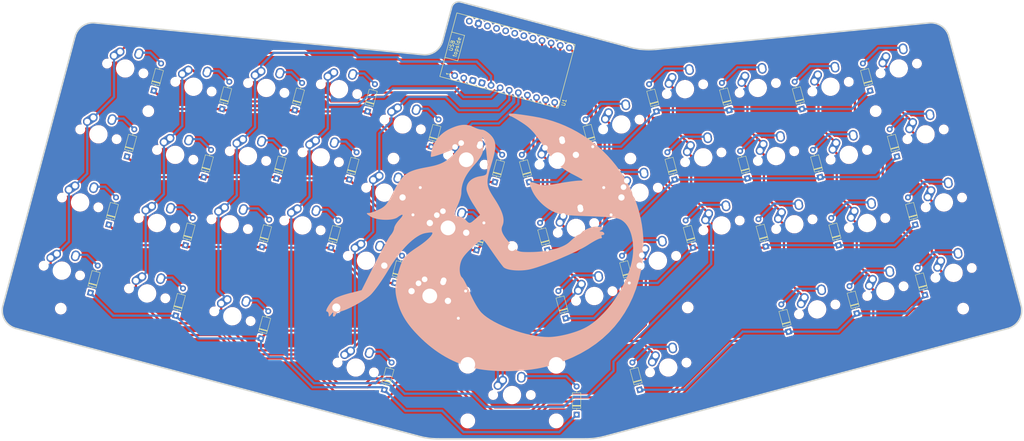
<source format=kicad_pcb>
(kicad_pcb (version 20221018) (generator pcbnew)
  (layers (0 "F.Cu" signal) (31 "B.Cu" signal) (34 "B.Paste" user) (35 "F.Paste" user) (36 "B.SilkS" user "B.Silkscreen") (37 "F.SilkS" user "F.Silkscreen") (38 "B.Mask" user) (39 "F.Mask" user) (44 "Edge.Cuts" user))
  (net 0 "")
  (net 1 "L1")
  (net 2 "Net-(D1-A)")
  (net 3 "Net-(D2-A)")
  (net 4 "Net-(D3-A)")
  (net 5 "Net-(D4-A)")
  (net 6 "Net-(D5-A)")
  (net 7 "Net-(D6-A)")
  (net 8 "L5")
  (net 9 "Net-(D7-A)")
  (net 10 "Net-(D8-A)")
  (net 11 "Net-(D9-A)")
  (net 12 "Net-(D10-A)")
  (net 13 "Net-(D11-A)")
  (net 14 "Net-(D12-A)")
  (net 15 "L2")
  (net 16 "Net-(D13-A)")
  (net 17 "Net-(D14-A)")
  (net 18 "Net-(D15-A)")
  (net 19 "Net-(D16-A)")
  (net 20 "Net-(D17-A)")
  (net 21 "Net-(D18-A)")
  (net 22 "L6")
  (net 23 "Net-(D19-A)")
  (net 24 "Net-(D20-A)")
  (net 25 "Net-(D21-A)")
  (net 26 "Net-(D22-A)")
  (net 27 "Net-(D23-A)")
  (net 28 "Net-(D24-A)")
  (net 29 "L3")
  (net 30 "Net-(D25-A)")
  (net 31 "Net-(D26-A)")
  (net 32 "Net-(D27-A)")
  (net 33 "Net-(D28-A)")
  (net 34 "Net-(D29-A)")
  (net 35 "Net-(D30-A)")
  (net 36 "L7")
  (net 37 "Net-(D31-A)")
  (net 38 "Net-(D32-A)")
  (net 39 "Net-(D33-A)")
  (net 40 "Net-(D34-A)")
  (net 41 "Net-(D35-A)")
  (net 42 "Net-(D36-A)")
  (net 43 "L4")
  (net 44 "Net-(D37-A)")
  (net 45 "Net-(D38-A)")
  (net 46 "Net-(D39-A)")
  (net 47 "Net-(D40-A)")
  (net 48 "Net-(D41-A)")
  (net 49 "L8")
  (net 50 "Net-(D42-A)")
  (net 51 "Net-(D43-A)")
  (net 52 "Net-(D44-A)")
  (net 53 "Net-(D45-A)")
  (net 54 "C1")
  (net 55 "C2")
  (net 56 "C3")
  (net 57 "C4")
  (net 58 "C5")
  (net 59 "C6")
  (net 68 "unconnected-(U1-GND-Pad14)")
  (footprint "_mx:MX-Alps-Hybrid-1U" (layer "F.Cu") (at 276.2963 107.073 15)
    (fp_text reference "MX10")
    (fp_text value "MX")
  )
  (footprint "_mx:MX-Alps-Hybrid-1U" (layer "F.Cu") (at 310.7213 161.9454 15)
    (fp_text reference "MX44")
    (fp_text value "MX")
  )
  (footprint "Diode_THT:D_DO-35_SOD27_P7.62mm_Horizontal" (layer "F.Cu") (at 224.48 169.276 105)
    (fp_text reference "D31" hide)
    (fp_text value "1N4148" hide)
  )
  (footprint "_mx:MX-Alps-Hybrid-1.25U" (layer "F.Cu") (at 111.5788 162.5617 -15)
    (fp_text reference "MX38")
    (fp_text value "MX")
  )
  (footprint "_mx:MX-Alps-Hybrid-1U" (layer "F.Cu") (at 281.2268 125.4739 15)
    (fp_text reference "MX22")
    (fp_text value "MX")
  )
  (footprint "_mx:MX-Alps-Hybrid-1.25U" (layer "F.Cu") (at 326.4918 137.9977 15)
    (fp_text reference "MX36")
    (fp_text value "MX")
  )
  (footprint "Diode_THT:D_DO-35_SOD27_P7.62mm_Horizontal" (layer "F.Cu") (at 278.4501 149.8843 105)
    (fp_text reference "D34" hide)
    (fp_text value "1N4148" hide)
  )
  (footprint "_mx:MX-Alps-Hybrid-1U" (layer "F.Cu") (at 192.7432 144.8656 -15)
    (fp_text reference "MX18")
    (fp_text value "MX")
  )
  (footprint "_mx:MX-Alps-Hybrid-1U" (layer "F.Cu") (at 286.1573 143.8748 15)
    (fp_text reference "MX34")
    (fp_text value "MX")
  )
  (footprint "_mx:MX-Alps-Hybrid-1U" (layer "F.Cu") (at 314.3307 101.8122 15)
    (fp_text reference "MX12")
    (fp_text value "MX")
  )
  (footprint "_mx:MX-Alps-Hybrid-1U" (layer "F.Cu") (at 153.4762 144.205 -15)
    (fp_text reference "MX28")
    (fp_text value "MX")
  )
  (footprint "Diode_THT:D_DO-35_SOD27_P7.62mm_Horizontal" (layer "F.Cu") (at 313.8541 125.6063 105)
    (fp_text reference "D24" hide)
    (fp_text value "1N4148" hide)
  )
  (footprint "_mx:MX-Alps-Hybrid-1U" (layer "F.Cu") (at 197.6737 126.4647 -15)
    (fp_text reference "MX6")
    (fp_text value "MX")
  )
  (footprint "_mx:MX-Alps-Hybrid-1U" (layer "F.Cu") (at 222.3263 126.4647 15)
    (fp_text reference "MX7")
    (fp_text value "MX")
  )
  (footprint "MountingHole:MountingHole_2.2mm_M2" (layer "F.Cu") (at 111.8974 113.342)
    (fp_text reference "H1" hide)
    (fp_text value "MountingHole" hide)
  )
  (footprint "MountingHole:MountingHole_2.2mm_M2" (layer "F.Cu") (at 241.9598 126.1344)
    (fp_text reference "H5" hide)
    (fp_text value "MountingHole" hide)
  )
  (footprint "Diode_THT:D_DO-35_SOD27_P7.62mm_Horizontal" (layer "F.Cu") (at 214.619 132.4743 105)
    (fp_text reference "D7" hide)
    (fp_text value "1N4148" hide)
  )
  (footprint "_mx:MX-Alps-Hybrid-1U" (layer "F.Cu") (at 266.5238 144.205 15)
    (fp_text reference "MX33")
    (fp_text value "MX")
  )
  (footprint "Diode_THT:D_DO-35_SOD27_P7.62mm_Horizontal" (layer "F.Cu") (at 121.9164 149.554 75)
    (fp_text reference "D26" hide)
    (fp_text value "1N4148" hide)
  )
  (footprint "_mx:MX-Alps-Hybrid-1.25U" (layer "F.Cu") (at 134.5799 168.7248 -15)
    (fp_text reference "MX39")
    (fp_text value "MX")
  )
  (footprint "_mx:MX-Alps-Hybrid-1U" (layer "F.Cu") (at 232.1873 163.2665 15)
    (fp_text reference "MX31")
    (fp_text value "MX")
  )
  (footprint "_mx:MX-Alps-Hybrid-1.5U" (layer "F.Cu") (at 252.1511 182.5697 15)
    (fp_text reference "MX42")
    (fp_text value "MX")
  )
  (footprint "Diode_THT:D_DO-35_SOD27_P7.62mm_Horizontal" (layer "F.Cu") (at 195.52 169.276 75)
    (fp_text reference "D30" hide)
    (fp_text value "1N4148" hide)
  )
  (footprint "PCM_marbastlib-xp-promicroish:ProMicro_USBup" (layer "F.Cu") (at 210 100 75)
    (fp_text reference "U1")
    (fp_text value "ProMicro")
  )
  (footprint "Diode_THT:D_DO-35_SOD27_P7.62mm_Horizontal" (layer "F.Cu") (at 175.5562 188.5793 75)
    (fp_text reference "D40" hide)
    (fp_text value "1N4148" hide)
  )
  (footprint "_mx:MX-Alps-Hybrid-1U" (layer "F.Cu") (at 256.6628 107.4033 15)
    (fp_text reference "MX9")
    (fp_text value "MX")
  )
  (footprint "Diode_THT:D_DO-35_SOD27_P7.62mm_Horizontal" (layer "F.Cu") (at 126.8469 131.1531 75)
    (fp_text reference "D14" hide)
    (fp_text value "1N4148" hide)
  )
  (footprint "_mx:MX-Alps-Hybrid-1.25U" (layer "F.Cu") (at 93.5082 137.9977 -15)
    (fp_text reference "MX25")
    (fp_text value "MX")
  )
  (footprint "Diode_THT:D_DO-35_SOD27_P7.62mm_Horizontal" (layer "F.Cu") (at 101.2154 144.0072 75)
    (fp_text reference "D25" hide)
    (fp_text value "1N4148" hide)
  )
  (footprint "Diode_THT:D_DO-35_SOD27_P7.62mm_Horizontal" (layer "F.Cu") (at 303.0141 167.9549 105)
    (fp_text reference "D44" hide)
    (fp_text value "1N4148" hide)
  )
  (footprint "Diode_THT:D_DO-35_SOD27_P7.62mm_Horizontal" (layer "F.Cu") (at 321.415 163.0244 105)
    (fp_text reference "D45" hide)
    (fp_text value "1N4148" hide)
  )
  (footprint "_mx:MX-Alps-Hybrid-1U" (layer "F.Cu") (at 244.425 135.3349 15)
    (fp_text reference "MX20")
    (fp_text value "MX")
  )
  (footprint "Diode_THT:D_DO-35_SOD27_P7.62mm_Horizontal" (layer "F.Cu") (at 151.4109 113.0825 75)
    (fp_text reference "D3" hide)
    (fp_text value "1N4148" hide)
  )
  (footprint "_mx:MX-Alps-Hybrid-1U" (layer "F.Cu") (at 249.3555 153.7358 15)
    (fp_text reference "MX32")
    (fp_text value "MX")
  )
  (footprint "_mx:MX-Alps-Hybrid-1.5U" (layer "F.Cu") (at 167.8489 182.5697 -15)
    (fp_text reference "MX40")
    (fp_text value "MX")
  )
  (footprint "Diode_THT:D_DO-35_SOD27_P7.62mm_Horizontal" (layer "F.Cu") (at 161.1834 150.2146 75)
    (fp_text reference "D28" hide)
    (fp_text value "1N4148" hide)
  )
  (footprint "_mx:MX-Alps-Hybrid-1U" (layer "F.Cu") (at 158.4067 125.8042 -15)
    (fp_text reference "MX16")
    (fp_text value "MX")
  )
  (footprint "Diode_THT:D_DO-35_SOD27_P7.62mm_Horizontal" (layer "F.Cu") (at 298.0836 149.554 105)
    (fp_text reference "D35" hide)
    (fp_text value "1N4148" hide)
  )
  (footprint "_mx:MX-Alps-Hybrid-1U" (layer "F.Cu") (at 114.2092 143.5445 -15)
    (fp_text reference "MX26")
    (fp_text value "MX")
  )
  (footprint "MountingHole:MountingHole_2.2mm_M2" (layer "F.Cu") (at 210 150)
    (fp_text reference "H9" hide)
    (fp_text value "MountingHole" hide)
  )
  (footprint "_mx:MX-Alps-Hybrid-1U" (layer "F.Cu") (at 292.3204 166.8759 15)
    (fp_text reference "MX43")
    (fp_text value "MX")
  )
  (footprint "Diode_THT:D_DO-35_SOD27_P7.62mm_Horizontal" (layer "F.Cu") (at 131.7774 112.7523 75)
    (fp_text reference "D2" hide)
    (fp_text value "1N4148" hide)
  )
  (footprint "Diode_THT:D_DO-35_SOD27_P7.62mm_Horizontal" (layer "F.Cu") (at 241.6483 159.7453 105)
    (fp_text reference "D32" hide)
    (fp_text value "1N4148" hide)
  )
  (footprint "_mx:MX-Alps-Hybrid-1U" (layer "F.Cu") (at 239.4945 116.934 15)
    (fp_text reference "MX8")
    (fp_text value "MX")
  )
  (footprint "Diode_THT:D_DO-35_SOD27_P7.62mm_Horizontal" (layer "F.Cu") (at 293.1531 131.1531 105)
    (fp_text reference "D23" hide)
    (fp_text value "1N4148" hide)
  )
  (footprint "Diode_THT:D_DO-35_SOD27_P7.62mm_Horizontal" (layer "F.Cu") (at 96.2849 162.4081 75)
    (fp_text reference "D37" hide)
    (fp_text value "1N4148" hide)
  )
  (footprint "_mx:MX-Alps-Hybrid-1U" (layer "F.Cu") (at 133.8427 143.8748 -15)
    (fp_text reference "MX27")
    (fp_text value "MX")
  )
  (footprint "_mx:MX-Alps-Hybrid-2.25U-ReversedStabilizers" (layer "F.Cu") (at 210 190)
    (fp_text reference "MX41")
    (fp_text value "MX")
  )
  (footprint "_mx:MX-Alps-Hybrid-1U" (layer "F.Cu") (at 119.1397 125.1436 -15)
    (fp_text reference "MX14")
    (fp_text value "MX")
  )
  (footprint "_mx:MX-Alps-Hybrid-1.25U" (layer "F.Cu") (at 88.5777 156.3986 -15)
    (fp_text reference "MX37")
    (fp_text value "MX")
  )
  (footprint "Diode_THT:D_DO-35_SOD27_P7.62mm_Horizontal" (layer "F.Cu") (at 273.5196 131.4834 105)
    (fp_text reference "D22" hide)
    (fp_text value "1N4148" hide)
  )
  (footprint "Diode_THT:D_DO-35_SOD27_P7.62mm_Horizontal" (layer "F.Cu") (at 236.7178 141.3444 105)
    (fp_text reference "D20" hide)
    (fp_text value "1N4148" hide)
  )
  (footprint "_mx:MX-Alps-Hybrid-1U" (layer "F.Cu") (at 163.3372 107.4033 -15)
    (fp_text reference "MX4")
    (fp_text value "MX")
  )
  (footprint "_mx:MX-Alps-Hybrid-1U" (layer "F.Cu") (at 261.5933 125.8042 15)
    (fp_text reference "MX21")
    (fp_text value "MX")
  )
  (footprint "_mx:MX-Alps-Hybrid-1U" (layer "F.Cu") (at 187.8127 163.2665 -15)
    (fp_text reference "MX30")
    (fp_text value "MX")
  )
  (footprint "_mx:MX-Alps-Hybrid-1.25U" (layer "F.Cu") (at 98.4387 119.5968 -15)
    (fp_text reference "MX13")
    (fp_text value "MX")
  )
  (footprint "Diode_THT:D_DO-35_SOD27_P7.62mm_Horizontal" (layer "F.Cu") (at 288.222574 112.752256 105)
    (fp_text reference "D11" hide)
    (fp_text value "1N4148" hide)
  )
  (footprint "Diode_THT:D_DO-35_SOD27_P7.62mm_Horizontal" (layer "F.Cu") (at 205.381 132.4743 75)
    (fp_text reference "D6" hide)
    (fp_text value "1N4148" hide)
  )
  (footprint "Diode_THT:D_DO-35_SOD27_P7.62mm_Horizontal" (layer "F.Cu") (at 188.2127 122.9435 75)
    (fp_text reference "D5" hide)
    (fp_text value "1N4148" hide)
  )
  (footprint "_mx:MX-Alps-Hybrid-1U" (layer "F.Cu") (at 227.2568 144.8656 15)
    (fp_text reference "MX19")
    (fp_text value "MX")
  )
  (footprint "Diode_THT:D_DO-35_SOD27_P7.62mm_Horizontal" (layer "F.Cu") (at 119.286 168.5712 75)
    (fp_text reference "D38" hide)
    (fp_text value "1N4148" hide)
  )
  (footprint "Diode_THT:D_DO-35_SOD27_P7.62mm_Horizontal" (layer "F.Cu") (at 183.2822 141.3444 75)
    (fp_text reference "D17" hide)
    (fp_text value "1N4148" hide)
  )
  (footprint "MountingHole:MountingHole_2.2mm_M2" (layer "F.Cu") (at 178.0402 126.1344)
    (fp_text reference "H2" hide)
    (fp_text value "MountingHole" hide)
  )
  (footprint "Diode_THT:D_DO-35_SOD27_P7.62mm_Horizontal" (layer "F.Cu") (at 244.4438 188.5793 105)
    (fp_text reference "D42" hide)
    (fp_text value "1N4148" hide)
  )
  (footprint "Diode_THT:D_DO-35_SOD27_P7.62mm_Horizontal" (layer "F.Cu") (at 171.0445 113.4128 75)
    (fp_text reference "D4" hide)
    (fp_text value "1N4148" hide)
  )
  (footprint "Diode_THT:D_DO-35_SOD27_P7.62mm_Horizontal" (layer "F.Cu") (at 258.8166 150.2146 105)
    (fp_text reference "D33" hide)
    (fp_text value "1N4148" hide)
  )
  (footprint "_mx:MX-Alps-Hybrid-1U" (layer "F.Cu") (at 124.0702 106.7427 -15)
    (fp_text reference "MX2")
    (fp_text value "MX")
  )
  (footprint "_mx:MX-Alps-Hybrid-1U" (layer "F.Cu") (at 305.7908 143.5445 15)
    (fp_text reference "MX35")
    (fp_text value "MX")
  )
  (footprint "Diode_THT:D_DO-35_SOD27_P7.62mm_Horizontal" (layer "F.Cu") (at 146.4804 131.4834 75)
    (fp_text reference "D15" hide)
    (fp_text value "1N4148" hide)
  )
  (footprint "_mx:MX-Alps-Hybrid-1U" (layer "F.Cu") (at 329.1222 157.0149 15)
    (fp_text reference "MX45")
    (fp_text value "MX")
  )
  (footprint "Diode_THT:D_DO-35_SOD27_P7.62mm_Horizontal" (layer "F.Cu") (at 284.6132 172.8854 105)
    (fp_text reference "D43" hide)
    (fp_text value "1N4148" hide)
  )
  (footprint "Diode_THT:D_DO-35_SOD27_P7.62mm_Horizontal" (layer "F.Cu") (at 248.9555 113.4128 105)
    (fp_text reference "D9" hide)
    (fp_text value "1N4148" hide)
  )
  (footprint "_mx:MX-Alps-Hybrid-1U" (layer "F.Cu") (at 300.8603 125.1436 15)
    (fp_text reference "MX23")
    (fp_text value "MX")
  )
  (footprint "Diode_THT:D_DO-35_SOD27_P7.62mm_Horizontal" (layer "F.Cu") (at 142.536 150.0141 75)
    (fp_text reference "D27" hide)
    (fp_text value "1N4148" hide)
  )
  (footprint "Diode_THT:D_DO-35_SOD27_P7.62mm_Horizontal" (layer "F.Cu") (at 178.3517 159.7453 75)
    (fp_text reference "D29" hide)
    (fp_text value "1N4148" hide)
  )
  (footprint "Diode_THT:D_DO-35_SOD27_P7.62mm_Horizontal" (layer "F.Cu") (at 113.3765 107.8218 75)
    (fp_text reference "D1" hide)
    (fp_text value "1N4148" hide)
  )
  (footprint "Diode_THT:D_DO-35_SOD27_P7.62mm_Horizontal" (layer "F.Cu") (at 219.5495 150.8752 105)
    (fp_text reference "D19" hide)
    (fp_text value "1N4148" hide)
  )
  (footprint "MountingHole:MountingHole_2.2mm_M2" (layer "F.Cu") (at 331.7104 166.6741)
    (fp_text reference "H7" hide)
    (fp_text value "MountingHole" hide)
  )
  (footprint "Diode_THT:D_DO-35_SOD27_P7.62mm_Horizontal" (layer "F.Cu") (at 318.7846 144.0072 105)
    (fp_text reference "D36" hide)
    (fp_text value "1N4148" hide)
  )
  (footprint "Diode_THT:D_DO-35_SOD27_P7.62mm_Horizontal" (layer "F.Cu") (at 306.623461 107.821753 105)
    (fp_text reference "D12" hide)
    (fp_text value "1N4148" hide)
  )
  (footprint "MountingHole:MountingHole_2.2mm_M2" (layer "F.Cu") (at 257.4001 166.3717)
    (fp_text reference "H8" hide)
    (fp_text value "MountingHole" hide)
  )
  (footprint "Diode_THT:D_DO-35_SOD27_P7.62mm_Horizontal" (layer "F.Cu") (at 142.2871 174.7344 75)
    (fp_text reference "D39" hide)
    (fp_text value "1N4148" hide)
  )
  (footprint "Diode_THT:D_DO-35_SOD27_P7.62mm_Horizontal" (layer "F.Cu") (at 227.438 195.31 90)
    (fp_text reference "D41" hide)
    (fp_text value "1N4148" hide)
  )
  (footprint "Diode_THT:D_DO-35_SOD27_P7.62mm_Horizontal" (layer "F.Cu") (at 231.7873 122.9435 105)
    (fp_text reference "D8" hide)
    (fp_text value "1N4148" hide)
  )
  (footprint "MountingHole:MountingHole_2.2mm_M2" (layer "F.Cu") (at 162.5999 166.3717)
    (fp_text reference "H6" hide)
    (fp_text value "MountingHole" hide)
  )
  (footprint "MountingHole:MountingHole_2.2mm_M2" (layer "F.Cu") (at 308.1026 113.342)
    (fp_text reference "H4" hide)
    (fp_text value "MountingHole" hide)
  )
  (footprint "_mx:MX-Alps-Hybrid-1U" (layer "F.Cu") (at 143.7037 107.073 -15)
    (fp_text reference "MX3")
    (fp_text value "MX")
  )
  (footprint "_mx:MX-Alps-Hybrid-1U" (layer "F.Cu") (at 138.7732 125.4739 -15)
    (fp_text reference "MX15")
    (fp_text value "MX")
  )
  (footprint "MountingHole:MountingHole_2.2mm_M2" (layer "F.Cu") (at 88.2896 166.6741)
    (fp_text reference "H3" hide)
    (fp_text value "MountingHole" hide)
  )
  (footprint "Diode_THT:D_DO-35_SOD27_P7.62mm_Horizontal" (layer "F.Cu") (at 166.114 131.8137 75)
    (fp_text reference "D16" hide)
    (fp_text value "1N4148" hide)
  )
  (footprint "Diode_THT:D_DO-35_SOD27_P7.62mm_Horizontal" (layer "F.Cu") (at 200.4505 150.8752 75)
    (fp_text reference "D18" hide)
    (fp_text value "1N4148" hide)
  )
  (footprint "_mx:MX-Alps-Hybrid-1U" (layer "F.Cu") (at 105.6693 101.8122 -15)
    (fp_text reference "MX1")
    (fp_text value "MX")
  )
  (footprint "Diode_THT:D_DO-35_SOD27_P7.62mm_Horizontal" (layer "F.Cu") (at 253.8861 131.8137 105)
    (fp_text reference "D21" hide)
    (fp_text value "1N4148" hide)
  )
  (footprint "_mx:MX-Alps-Hybrid-1U" (layer "F.Cu") (at 170.6445 153.7358 -15)
    (fp_text reference "MX29")
    (fp_text value "MX")
  )
  (footprint "_mx:MX-Alps-Hybrid-1.25U" (layer "F.Cu") (at 321.5613 119.5968 15)
    (fp_text reference "MX24")
    (fp_text value "MX")
  )
  (footprint "_mx:MX-Alps-Hybrid-1U" (layer "F.Cu") (at 175.575 135.3349 -15)
    (fp_text reference "MX17")
    (fp_text value "MX")
  )
  (footprint "_mx:MX-Alps-Hybrid-1U" (layer "F.Cu") (at 295.9298 106.7427 15)
    (fp_text reference "MX11")
    (fp_text value "MX")
  )
  (footprint "Diode_THT:D_DO-35_SOD27_P7.62mm_Horizontal" (layer "F.Cu") (at 268.5891 113.0825 105)
    (fp_text reference "D10" hide)
    (fp_text value "1N4148" hide)
  )
  (footprint "Diode_THT:D_DO-35_SOD27_P7.62mm_Horizontal" (layer "F.Cu") (at 106.1459 125.6063 75)
    (fp_text reference "D13" hide)
    (fp_text value "1N4148" hide)
  )
  (footprint "_mx:MX-Alps-Hybrid-1U" (layer "F.Cu") (at 180.5055 116.934 -15)
    (fp_text reference "MX5")
    (fp_text value "MX")
  )
  (gr_poly (pts (xy 209.910801 113.991835) (xy 210.046543 113.995738) (xy 210.196814 114.003279) (xy 210.362232 114.014505) (xy 210.543413 114.029463) (xy 210.740975 114.048198) (xy 211.187713 114.097191) (xy 211.707384 114.161856) (xy 212.304927 114.242567) (xy 212.985281 114.339696) (xy 213.753384 114.453618) (xy 214.614177 114.584704) (xy 215.572598 114.733329) (xy 217.418136 115.071068) (xy 219.223294 115.499989) (xy 220.986085 116.017241) (xy 222.704525 116.619974) (xy 224.376627 117.305337) (xy 226.000407 118.070479) (xy 227.573878 118.91255) (xy 229.095055 119.828697) (xy 230.561952 120.816072) (xy 231.972584 121.871823) (xy 233.324964 122.993099) (xy 234.617109 124.177049) (xy 235.847031 125.420824) (xy 237.012745 126.721571) (xy 238.112266 128.07644) (xy 239.143609 129.482581) (xy 240.104786 130.937143) (xy 240.993814 132.437274) (xy 241.808706 133.980125) (xy 242.547476 135.562844) (xy 243.20814 137.18258) (xy 243.788711 138.836483) (xy 244.287203 140.521703) (xy 244.701633 142.235388) (xy 245.030012 143.974687) (xy 245.270357 145.73675) (xy 245.420682 147.518726) (xy 245.479 149.317765) (xy 245.443326 151.131014) (xy 245.311675 152.955625) (xy 245.082062 154.788745) (xy 244.752499 156.627525) (xy 244.164412 159.076795) (xy 243.434564 161.419464) (xy 242.564034 163.654451) (xy 241.553902 165.780681) (xy 240.405245 167.797073) (xy 239.119144 169.702551) (xy 237.696677 171.496036) (xy 236.138924 173.176449) (xy 234.446964 174.742714) (xy 232.621875 176.19375) (xy 230.664737 177.528481) (xy 228.576629 178.745828) (xy 226.35863 179.844713) (xy 224.011819 180.824058) (xy 221.537275 181.682785) (xy 218.936078 182.419815) (xy 217.838977 182.672948) (xy 216.674875 182.894458) (xy 215.454331 183.084239) (xy 214.187907 183.242185) (xy 212.886165 183.368191) (xy 211.559664 183.462152) (xy 210.218966 183.523962) (xy 208.874631 183.553516) (xy 207.537222 183.550709) (xy 206.217299 183.515435) (xy 204.925422 183.447589) (xy 203.672153 183.347065) (xy 202.468053 183.213759) (xy 201.323682 183.047564) (xy 200.249603 182.848376) (xy 199.256375 182.616089) (xy 199.256373 182.616091) (xy 199.256372 182.616094) (xy 199.25637 182.616097) (xy 199.256368 182.6161) (xy 199.256366 182.616102) (xy 199.256364 182.616105) (xy 199.256362 182.616107) (xy 199.25636 182.61611) (xy 199.256358 182.616112) (xy 199.256355 182.616113) (xy 199.256353 182.616115) (xy 199.256351 182.616116) (xy 199.256349 182.616118) (xy 199.256348 182.616118) (xy 199.256347 182.616119) (xy 199.256346 182.616119) (xy 199.256345 182.616119) (xy 199.256344 182.616119) (xy 198.164696 182.309367) (xy 197.095395 181.967109) (xy 196.047431 181.588717) (xy 195.019796 181.173567) (xy 194.011481 180.721033) (xy 193.021477 180.230489) (xy 192.048776 179.70131) (xy 191.092369 179.13287) (xy 190.151246 178.524544) (xy 189.224399 177.875705) (xy 188.31082 177.185729) (xy 187.409499 176.45399) (xy 186.519427 175.679861) (xy 185.639597 174.862718) (xy 184.768998 174.001935) (xy 183.906622 173.096885) (xy 183.395864 172.531678) (xy 182.914987 171.971255) (xy 182.463141 171.414046) (xy 182.039476 170.85848) (xy 181.643141 170.302985) (xy 181.273284 169.74599) (xy 180.929056 169.185924) (xy 180.609604 168.621216) (xy 180.31408 168.050296) (xy 180.041631 167.471591) (xy 179.791407 166.883532) (xy 179.562558 166.284545) (xy 179.354231 165.673062) (xy 179.165578 165.04751) (xy 178.995746 164.406319) (xy 178.843886 163.747917) (xy 178.753043 163.291533) (xy 178.679423 162.846306) (xy 178.6234 162.408617) (xy 178.585345 161.974847) (xy 178.565631 161.54138) (xy 178.564629 161.104595) (xy 178.582713 160.660875) (xy 178.620254 160.206602) (xy 178.677624 159.738156) (xy 178.755197 159.251921) (xy 178.853343 158.744277) (xy 178.972436 158.211606) (xy 179.112848 157.650289) (xy 179.27495 157.056709) (xy 179.459116 156.427247) (xy 179.665717 155.758285) (xy 179.83053 155.251863) (xy 179.99287 154.790224) (xy 180.15748 154.36784) (xy 180.3291 153.979181) (xy 180.512472 153.618719) (xy 180.712339 153.280924) (xy 180.93344 152.960269) (xy 181.18052 152.651224) (xy 181.458318 152.34826) (xy 181.771577 152.045849) (xy 182.125038 151.738461) (xy 182.523443 151.420567) (xy 182.971534 151.08664) (xy 183.474052 150.73115) (xy 184.035739 150.348567) (xy 184.661337 149.933365) (xy 185.111741 149.630107) (xy 185.544341 149.324811) (xy 185.956852 149.019777) (xy 186.346986 148.717301) (xy 186.712458 148.419683) (xy 187.050982 148.12922) (xy 187.360272 147.848211) (xy 187.63804 147.578954) (xy 187.882002 147.323748) (xy 188.08987 147.08489) (xy 188.259359 146.864679) (xy 188.388182 146.665413) (xy 188.474053 146.48939) (xy 188.500168 146.410813) (xy 188.514687 146.338909) (xy 188.517325 146.273964) (xy 188.507796 146.216267) (xy 188.485814 146.166104) (xy 188.451094 146.123764) (xy 188.441412 146.11715) (xy 188.427564 146.111386) (xy 188.387837 146.102366) (xy 188.332836 146.096623) (xy 188.263487 146.094075) (xy 188.180712 146.09464) (xy 188.085435 146.098239) (xy 187.978582 146.10479) (xy 187.861075 146.114211) (xy 187.733839 146.126421) (xy 187.597798 146.14134) (xy 187.302995 146.178978) (xy 186.984059 146.226474) (xy 186.648383 146.28318) (xy 186.383152 146.340004) (xy 186.111515 146.416692) (xy 185.833792 146.512924) (xy 185.550303 146.62838) (xy 185.261366 146.762742) (xy 184.967301 146.915688) (xy 184.365066 147.27606) (xy 183.746153 147.706937) (xy 183.113116 148.205764) (xy 182.468512 148.769984) (xy 181.814897 149.39704) (xy 181.154825 150.084375) (xy 180.490852 150.829432) (xy 179.825533 151.629655) (xy 179.161425 152.482487) (xy 178.501082 153.385371) (xy 177.84706 154.33575) (xy 177.201915 155.331067) (xy 176.568202 156.368766) (xy 175.947155 157.388194) (xy 175.294396 158.40827) (xy 174.62946 159.401733) (xy 173.971879 160.341319) (xy 173.341186 161.199766) (xy 172.756915 161.949811) (xy 172.238599 162.564193) (xy 172.010278 162.81199) (xy 171.80577 163.015648) (xy 171.43518 163.339975) (xy 170.994201 163.68475) (xy 170.493569 164.044265) (xy 169.944024 164.41281) (xy 169.356302 164.784677) (xy 168.741141 165.154158) (xy 168.109279 165.515543) (xy 167.471454 165.863125) (xy 166.838402 166.191193) (xy 166.220861 166.494041) (xy 165.62957 166.765959) (xy 165.075265 167.001238) (xy 164.568685 167.194171) (xy 164.120566 167.339048) (xy 163.741647 167.43016) (xy 163.442665 167.461799) (xy 163.409547 167.4627) (xy 163.376164 167.465371) (xy 163.342576 167.469769) (xy 163.308839 167.47585) (xy 163.275012 167.48357) (xy 163.241152 167.492884) (xy 163.173568 167.516121) (xy 163.106548 167.545206) (xy 163.040558 167.579787) (xy 162.976059 167.619511) (xy 162.913515 167.664026) (xy 162.853389 167.712978) (xy 162.796145 167.766014) (xy 162.742245 167.822782) (xy 162.692154 167.882928) (xy 162.646333 167.946099) (xy 162.605247 168.011943) (xy 162.569359 168.080107) (xy 162.553509 168.114949) (xy 162.539131 168.150238) (xy 162.503152 168.238133) (xy 162.465273 168.319736) (xy 162.425759 168.395084) (xy 162.384877 168.464218) (xy 162.34289 168.527176) (xy 162.300064 168.583998) (xy 162.256665 168.634722) (xy 162.212957 168.679388) (xy 162.169205 168.718035) (xy 162.125676 168.750702) (xy 162.082633 168.777428) (xy 162.040343 168.798252) (xy 161.99907 168.813213) (xy 161.959079 168.822351) (xy 161.920636 168.825704) (xy 161.884006 168.823311) (xy 161.849454 168.815213) (xy 161.817246 168.801447) (xy 161.787645 168.782053) (xy 161.760918 168.757071) (xy 161.73733 168.726538) (xy 161.717146 168.690495) (xy 161.700631 168.64898) (xy 161.68805 168.602032) (xy 161.679669 168.549691) (xy 161.675752 168.491996) (xy 161.676565 168.428986) (xy 161.682372 168.360699) (xy 161.693441 168.287176) (xy 161.710034 168.208455) (xy 161.732418 168.124575) (xy 161.760857 168.035576) (xy 161.799319 167.92117) (xy 161.830197 167.822633) (xy 161.853198 167.740036) (xy 161.86803 167.673454) (xy 161.87229 167.646191) (xy 161.874399 167.622958) (xy 161.874318 167.603767) (xy 161.872011 167.588624) (xy 161.867443 167.57754) (xy 161.860575 167.570523) (xy 161.851372 167.567584) (xy 161.839797 167.56873) (xy 161.825813 167.573971) (xy 161.809384 167.583317) (xy 161.790473 167.596776) (xy 161.769043 167.614358) (xy 161.71848 167.661926) (xy 161.657403 167.726095) (xy 161.585519 167.806937) (xy 161.502534 167.904526) (xy 161.408155 168.018935) (xy 161.30209 168.150238) (xy 161.185275 168.294864) (xy 161.081301 168.420625) (xy 160.989415 168.527636) (xy 160.908863 168.616012) (xy 160.838891 168.685868) (xy 160.807637 168.713887) (xy 160.778745 168.737319) (xy 160.752122 168.756178) (xy 160.727672 168.77048) (xy 160.705302 168.780238) (xy 160.684918 168.785467) (xy 160.666425 168.786181) (xy 160.649728 168.782394) (xy 160.634735 168.774122) (xy 160.62135 168.761378) (xy 160.60948 168.744177) (xy 160.599029 168.722532) (xy 160.589904 168.69646) (xy 160.582011 168.665973) (xy 160.575256 168.631087) (xy 160.569543 168.591815) (xy 160.560871 168.500173) (xy 160.555241 168.391163) (xy 160.551899 168.2649) (xy 160.547786 168.183082) (xy 160.538877 168.103557) (xy 160.525426 168.026739) (xy 160.507685 167.953038) (xy 160.485909 167.882867) (xy 160.460349 167.816637) (xy 160.43126 167.75476) (xy 160.398894 167.697648) (xy 160.363505 167.645712) (xy 160.325345 167.599366) (xy 160.284668 167.55902) (xy 160.263465 167.541225) (xy 160.241727 167.525086) (xy 160.219487 167.510652) (xy 160.196775 167.497975) (xy 160.173624 167.487108) (xy 160.150065 167.478101) (xy 160.12613 167.471006) (xy 160.10185 167.465875) (xy 160.077258 167.462758) (xy 160.052384 167.461708) (xy 159.993064 167.45381) (xy 159.947335 167.430687) (xy 159.914665 167.3932) (xy 159.89452 167.342205) (xy 159.88637 167.278561) (xy 159.889679 167.203128) (xy 159.903917 167.116762) (xy 159.928549 167.020324) (xy 159.963043 166.914671) (xy 160.006867 166.800661) (xy 160.120371 166.551008) (xy 160.264799 166.278232) (xy 160.435889 165.9892) (xy 160.629378 165.690781) (xy 160.841005 165.389843) (xy 161.066506 165.093253) (xy 161.30162 164.807879) (xy 161.542085 164.540589) (xy 161.783638 164.29825) (xy 161.903491 164.188584) (xy 162.022018 164.087732) (xy 162.138685 163.996551) (xy 162.25296 163.915901) (xy 162.373562 163.842266) (xy 162.522102 163.762792) (xy 162.696478 163.678227) (xy 162.894584 163.589319) (xy 163.353574 163.401468) (xy 163.882239 163.205228) (xy 164.463745 163.006586) (xy 165.08126 162.811528) (xy 165.71795 162.626042) (xy 166.356983 162.456115) (xy 169.433807 161.679626) (xy 172.903324 154.750427) (xy 174.31988 151.983243) (xy 175.612078 149.571129) (xy 176.166946 148.579242) (xy 176.637208 147.773345) (xy 177.005025 147.185845) (xy 177.252558 146.849151) (xy 177.34252 146.745393) (xy 177.430643 146.635261) (xy 177.516442 146.51972) (xy 177.599433 146.399737) (xy 177.679128 146.276278) (xy 177.755044 146.150307) (xy 177.826693 146.022792) (xy 177.893592 145.894699) (xy 177.955254 145.766992) (xy 178.011193 145.640639) (xy 178.060925 145.516605) (xy 178.103964 145.395856) (xy 178.139824 145.279358) (xy 178.16802 145.168076) (xy 178.188066 145.062978) (xy 178.199477 144.965028) (xy 178.21316 144.86498) (xy 178.23988 144.75373) (xy 178.278927 144.63245) (xy 178.329591 144.502314) (xy 178.39116 144.364495) (xy 178.462924 144.220166) (xy 178.544173 144.070499) (xy 178.634197 143.916669) (xy 178.732285 143.759849) (xy 178.837727 143.60121) (xy 178.949812 143.441927) (xy 179.06783 143.283172) (xy 179.19107 143.126118) (xy 179.318822 142.971939) (xy 179.450376 142.821808) (xy 179.585021 142.676897) (xy 179.823419 142.420308) (xy 180.02401 142.188566) (xy 180.187311 141.982477) (xy 180.31384 141.802844) (xy 180.363476 141.723201) (xy 180.404114 141.650474) (xy 180.435817 141.584764) (xy 180.458651 141.52617) (xy 180.472679 141.474795) (xy 180.477968 141.430738) (xy 180.47458 141.3941) (xy 180.462582 141.364982) (xy 180.442038 141.343484) (xy 180.413012 141.329708) (xy 180.375569 141.323752) (xy 180.329774 141.325719) (xy 180.275691 141.335708) (xy 180.213386 141.353821) (xy 180.142923 141.380158) (xy 180.064366 141.414819) (xy 179.97778 141.457905) (xy 179.88323 141.509517) (xy 179.670497 141.63872) (xy 179.426684 141.803234) (xy 179.152308 142.003862) (xy 179.017359 142.096051) (xy 178.865963 142.18146) (xy 178.699149 142.260122) (xy 178.517946 142.332071) (xy 178.116493 142.455969) (xy 177.669839 142.553425) (xy 177.186219 142.624714) (xy 176.673868 142.670106) (xy 176.14102 142.689876) (xy 175.595912 142.684295) (xy 175.046779 142.653637) (xy 174.501855 142.598175) (xy 173.969376 142.51818) (xy 173.457576 142.413927) (xy 172.974692 142.285687) (xy 172.528957 142.133733) (xy 172.128608 141.958338) (xy 171.948026 141.861935) (xy 171.781879 141.759775) (xy 171.58579 141.6285) (xy 171.413162 141.509708) (xy 171.263696 141.402839) (xy 171.137094 141.307336) (xy 171.033058 141.222643) (xy 170.95129 141.1482) (xy 170.918663 141.114648) (xy 170.891492 141.08345) (xy 170.882758 141.071841) (xy 194.570247 141.071841) (xy 194.570685 141.162244) (xy 194.578405 141.245018) (xy 194.593421 141.320441) (xy 194.615745 141.388791) (xy 194.64539 141.450346) (xy 194.68237 141.505381) (xy 194.726698 141.554176) (xy 194.778386 141.597006) (xy 194.837448 141.634151) (xy 194.903897 141.665886) (xy 194.977746 141.69249) (xy 195.147696 141.731414) (xy 195.347402 141.75314) (xy 195.57697 141.759889) (xy 195.690918 141.764652) (xy 195.810127 141.778625) (xy 195.933619 141.801338) (xy 196.060417 141.832321) (xy 196.189542 141.871103) (xy 196.320018 141.917213) (xy 196.450866 141.970181) (xy 196.58111 142.029535) (xy 196.70977 142.094806) (xy 196.83587 142.165522) (xy 196.958432 142.241213) (xy 197.076478 142.321409) (xy 197.189031 142.405638) (xy 197.295112 142.49343) (xy 197.393745 142.584314) (xy 197.483952 142.67782) (xy 197.666924 142.878422) (xy 197.83073 143.051834) (xy 197.90657 143.128247) (xy 197.978966 143.197749) (xy 198.04837 143.2603) (xy 198.11523 143.315862) (xy 198.179995 143.364397) (xy 198.243117 143.405868) (xy 198.305043 143.440235) (xy 198.366225 143.467461) (xy 198.42711 143.487508) (xy 198.488149 143.500336) (xy 198.549792 143.505909) (xy 198.612488 143.504188) (xy 198.676687 143.495135) (xy 198.742838 143.478711) (xy 198.811391 143.454879) (xy 198.882795 143.4236) (xy 198.9575 143.384836) (xy 199.035956 143.338549) (xy 199.118612 143.2847) (xy 199.205917 143.223252) (xy 199.298323 143.154167) (xy 199.396277 143.077406) (xy 199.61063 142.900703) (xy 199.852574 142.692839) (xy 200.125706 142.453508) (xy 200.125569 142.453523) (xy 201.390431 141.340303) (xy 199.551861 138.495699) (xy 199.358503 138.190045) (xy 199.17196 137.882334) (xy 198.822445 137.267786) (xy 198.509564 136.666157) (xy 198.239564 136.091548) (xy 198.122595 135.818782) (xy 198.018689 135.558058) (xy 197.928627 135.311141) (xy 197.853188 135.079791) (xy 197.793155 134.865771) (xy 197.749307 134.670845) (xy 197.722426 134.496775) (xy 197.713292 134.345323) (xy 197.717418 134.183226) (xy 197.729725 134.023696) (xy 197.750107 133.866834) (xy 197.77846 133.712737) (xy 197.814676 133.561505) (xy 197.85865 133.413237) (xy 197.910277 133.26803) (xy 197.96945 133.125985) (xy 198.036065 132.987199) (xy 198.110014 132.851772) (xy 198.191192 132.719802) (xy 198.279494 132.591388) (xy 198.374813 132.466629) (xy 198.477045 132.345624) (xy 198.586082 132.228472) (xy 198.70182 132.11527) (xy 198.824152 132.006119) (xy 198.952973 131.901117) (xy 199.088178 131.800363) (xy 199.229659 131.703955) (xy 199.377312 131.611992) (xy 199.53103 131.524574) (xy 199.690708 131.441798) (xy 199.85624 131.363765) (xy 200.027521 131.290571) (xy 200.204444 131.222317) (xy 200.386904 131.159102) (xy 200.574795 131.101023) (xy 200.768011 131.04818) (xy 200.966446 131.000671) (xy 201.169995 130.958595) (xy 201.378552 130.922052) (xy 201.685463 130.871529) (xy 201.956602 130.822505) (xy 202.194301 130.772607) (xy 202.400893 130.719464) (xy 202.493253 130.690934) (xy 202.578711 130.660703) (xy 202.657558 130.628474) (xy 202.730087 130.593951) (xy 202.796588 130.556837) (xy 202.857353 130.516835) (xy 202.912673 130.47365) (xy 202.962842 130.426985) (xy 203.008149 130.376542) (xy 203.048886 130.322026) (xy 203.085345 130.26314) (xy 203.117818 130.199587) (xy 203.146596 130.131071) (xy 203.171971 130.057295) (xy 203.194234 129.977962) (xy 203.213677 129.892777) (xy 203.245267 129.703662) (xy 203.269076 129.487577) (xy 203.287436 129.242149) (xy 203.302678 128.965007) (xy 203.317051 128.612317) (xy 203.326405 128.247072) (xy 203.330828 127.879856) (xy 203.330408 127.521253) (xy 203.325231 127.181845) (xy 203.315386 126.872216) (xy 203.30096 126.602949) (xy 203.28204 126.384627) (xy 203.150352 125.155045) (xy 202.977711 123.487807) (xy 202.927464 123.074471) (xy 202.861834 122.658292) (xy 202.7836 122.250564) (xy 202.695536 121.862584) (xy 202.600421 121.505645) (xy 202.501031 121.191043) (xy 202.450601 121.053148) (xy 202.400143 120.930073) (xy 202.350005 120.82323) (xy 202.300534 120.734031) (xy 202.237295 120.634668) (xy 202.20838 120.592275) (xy 202.181257 120.554798) (xy 202.155917 120.522281) (xy 202.132352 120.494767) (xy 202.110552 120.4723) (xy 202.090511 120.454922) (xy 202.072218 120.442677) (xy 202.055666 120.435608) (xy 202.04804 120.434028) (xy 202.040845 120.433759) (xy 202.034082 120.434805) (xy 202.027749 120.437172) (xy 202.021844 120.440866) (xy 202.016367 120.445891) (xy 202.006691 120.45996) (xy 201.998714 120.479421) (xy 201.992425 120.504317) (xy 201.987818 120.534693) (xy 201.984883 120.570591) (xy 201.983611 120.612055) (xy 201.983995 120.659128) (xy 201.986025 120.711852) (xy 201.989694 120.770272) (xy 202.001911 120.904372) (xy 202.020578 121.061772) (xy 202.045627 121.242819) (xy 202.07699 121.447858) (xy 202.114598 121.677238) (xy 202.184047 122.139272) (xy 202.230652 122.574497) (xy 202.252776 122.987106) (xy 202.248783 123.381288) (xy 202.217035 123.761235) (xy 202.190241 123.947181) (xy 202.155895 124.131139) (xy 202.113792 124.313634) (xy 202.063728 124.49519) (xy 202.005498 124.676331) (xy 201.938897 124.85758) (xy 201.86372 125.039462) (xy 201.779764 125.2225) (xy 201.584694 125.594141) (xy 201.352048 125.976694) (xy 201.080192 126.37435) (xy 200.767488 126.791301) (xy 200.412299 127.231737) (xy 200.012989 127.69985) (xy 199.567921 128.199832) (xy 199.170083 128.652753) (xy 198.799348 129.103124) (xy 198.455511 129.551405) (xy 198.138363 129.99806) (xy 197.847698 130.443549) (xy 197.58331 130.888335) (xy 197.34499 131.332878) (xy 197.132532 131.77764) (xy 196.945729 132.223084) (xy 196.784373 132.66967) (xy 196.648259 133.11786) (xy 196.537178 133.568117) (xy 196.450925 134.0209) (xy 196.389291 134.476674) (xy 196.35207 134.935898) (xy 196.339055 135.399034) (xy 196.334085 135.532879) (xy 196.320012 135.683338) (xy 196.297304 135.848763) (xy 196.266427 136.027507) (xy 196.227848 136.217923) (xy 196.182034 136.418364) (xy 196.129452 136.627182) (xy 196.070568 136.842731) (xy 195.935762 137.287433) (xy 195.781352 137.739292) (xy 195.697962 137.963787) (xy 195.611071 138.18513) (xy 195.521146 138.401675) (xy 195.428654 138.611772) (xy 195.221287 139.076215) (xy 195.042317 139.494609) (xy 194.891848 139.869174) (xy 194.769985 140.20213) (xy 194.676833 140.495695) (xy 194.612496 140.75209) (xy 194.577078 140.973533) (xy 194.570247 141.071841) (xy 170.882758 141.071841) (xy 170.869738 141.054536) (xy 170.853365 141.027836) (xy 170.842335 141.00328) (xy 170.836612 140.980799) (xy 170.836157 140.960323) (xy 170.840934 140.941783) (xy 170.850905 140.925108) (xy 170.866034 140.910229) (xy 170.886282 140.897077) (xy 170.911612 140.885581) (xy 170.941988 140.875671) (xy 170.977372 140.867279) (xy 171.063014 140.854767) (xy 171.168241 140.847487) (xy 171.292755 140.844881) (xy 171.393389 140.839629) (xy 171.511213 140.824838) (xy 171.644764 140.800997) (xy 171.792579 140.768596) (xy 171.953195 140.728123) (xy 172.125149 140.680068) (xy 172.306978 140.624921) (xy 172.497219 140.563171) (xy 172.897085 140.421818) (xy 173.313042 140.259925) (xy 173.733387 140.081406) (xy 173.941547 139.987136) (xy 174.146415 139.890176) (xy 174.445111 139.740687) (xy 174.720941 139.591182) (xy 174.976717 139.438355) (xy 175.215251 139.278899) (xy 175.439353 139.109508) (xy 175.546872 139.020053) (xy 175.651836 138.926875) (xy 175.754599 138.829559) (xy 175.855511 138.727693) (xy 175.954924 138.620863) (xy 176.053189 138.508656) (xy 176.247682 138.266457) (xy 176.441802 137.99779) (xy 176.638358 137.699348) (xy 176.840165 137.367824) (xy 177.050031 136.999911) (xy 177.27077 136.592304) (xy 177.505192 136.141695) (xy 177.75611 135.644777) (xy 178.241071 134.689918) (xy 178.696589 133.835385) (xy 179.131874 133.074119) (xy 179.55614 132.399059) (xy 179.978599 131.803147) (xy 180.192028 131.532664) (xy 180.408461 131.279322) (xy 180.629047 131.042236) (xy 180.854939 130.820525) (xy 181.087288 130.613306) (xy 181.327246 130.419696) (xy 181.575963 130.238814) (xy 181.834592 130.069777) (xy 182.104285 129.911702) (xy 182.386191 129.763707) (xy 182.681464 129.62491) (xy 182.991254 129.494427) (xy 183.658994 129.254878) (xy 184.398621 129.037999) (xy 185.219348 128.836731) (xy 186.130388 128.644016) (xy 187.140952 128.452792) (xy 187.785493 128.330579) (xy 188.384094 128.205183) (xy 188.940903 128.074586) (xy 189.460068 127.936765) (xy 189.945737 127.789703) (xy 190.402059 127.631378) (xy 190.833181 127.45977) (xy 191.243253 127.272861) (xy 191.636423 127.068629) (xy 192.016838 126.845054) (xy 192.388647 126.600117) (xy 192.755998 126.331798) (xy 193.12304 126.038076) (xy 193.49392 125.716932) (xy 193.872788 125.366346) (xy 194.263791 124.984297) (xy 194.603677 124.635307) (xy 194.903159 124.309565) (xy 195.161811 124.009088) (xy 195.379208 123.73589) (xy 195.554924 123.491986) (xy 195.688536 123.279391) (xy 195.779616 123.100121) (xy 195.809074 123.023612) (xy 195.82774 122.956189) (xy 195.835561 122.898106) (xy 195.832483 122.849612) (xy 195.818454 122.810961) (xy 195.79342 122.782404) (xy 195.757327 122.764193) (xy 195.710124 122.75658) (xy 195.651756 122.759816) (xy 195.582171 122.774155) (xy 195.501316 122.799846) (xy 195.409136 122.837143) (xy 195.190594 122.947561) (xy 194.926118 123.107423) (xy 194.615285 123.318743) (xy 194.387554 123.463217) (xy 194.087996 123.626085) (xy 193.72699 123.803522) (xy 193.314912 123.991705) (xy 192.379053 124.38501) (xy 191.363441 124.775408) (xy 190.351097 125.132305) (xy 189.425042 125.425108) (xy 189.020317 125.537915) (xy 188.668298 125.623225) (xy 188.379361 125.677216) (xy 188.163886 125.696063) (xy 188.153846 125.694122) (xy 188.144702 125.688363) (xy 188.136448 125.678882) (xy 188.129077 125.665772) (xy 188.122584 125.64913) (xy 188.116963 125.62905) (xy 188.112207 125.605627) (xy 188.108311 125.578958) (xy 188.103075 125.516256) (xy 188.101206 125.441707) (xy 188.102656 125.35607) (xy 188.107379 125.260107) (xy 188.115325 125.154578) (xy 188.126447 125.040244) (xy 188.140698 124.917867) (xy 188.15803 124.788207) (xy 188.178395 124.652025) (xy 188.201744 124.510081) (xy 188.228031 124.363138) (xy 188.257208 124.211955) (xy 188.37019 123.731067) (xy 188.514837 123.257234) (xy 188.690082 122.791756) (xy 188.894861 122.335934) (xy 189.128109 121.891069) (xy 189.388759 121.458462) (xy 189.675746 121.039415) (xy 189.988005 120.635229) (xy 190.32447 120.247205) (xy 190.684075 119.876643) (xy 191.065755 119.524846) (xy 191.468445 119.193114) (xy 191.891078 118.882748) (xy 192.33259 118.59505) (xy 192.791915 118.33132) (xy 193.267987 118.09286) (xy 193.771611 117.8671) (xy 194.255551 117.668307) (xy 194.72115 117.496392) (xy 195.169753 117.351266) (xy 195.602703 117.232841) (xy 196.021344 117.141028) (xy 196.42702 117.075738) (xy 196.821074 117.036883) (xy 197.204851 117.024374) (xy 197.579693 117.038123) (xy 197.946946 117.07804) (xy 198.307952 117.144037) (xy 198.664056 117.236026) (xy 199.016601 117.353917) (xy 199.36693 117.497622) (xy 199.716389 117.667053) (xy 199.85498 117.736894) (xy 199.998854 117.804776) (xy 200.146876 117.870349) (xy 200.297908 117.933261) (xy 200.604465 118.049693) (xy 200.909439 118.151262) (xy 201.058492 118.195594) (xy 201.203743 118.235156) (xy 201.344055 118.269595) (xy 201.478293 118.298561) (xy 201.60532 118.321702) (xy 201.724001 118.338667) (xy 201.8332 118.349103) (xy 201.931782 118.35266) (xy 201.979709 118.354415) (xy 202.030501 118.359621) (xy 202.140109 118.380042) (xy 202.259456 118.413238) (xy 202.387391 118.45852) (xy 202.522767 118.5152) (xy 202.664433 118.582591) (xy 202.811239 118.660004) (xy 202.962036 118.746751) (xy 203.115674 118.842146) (xy 203.271004 118.9455) (xy 203.426876 119.056125) (xy 203.58214 119.173334) (xy 203.735647 119.296439) (xy 203.886248 119.424751) (xy 204.032792 119.557583) (xy 204.17413 119.694247) (xy 204.322273 119.847007) (xy 204.461482 120.000352) (xy 204.591783 120.154738) (xy 204.713203 120.310622) (xy 204.825771 120.468462) (xy 204.929513 120.628714) (xy 205.024456 120.791836) (xy 205.110628 120.958285) (xy 205.188056 121.128517) (xy 205.256768 121.30299) (xy 205.31679 121.482161) (xy 205.36815 121.666486) (xy 205.410875 121.856424) (xy 205.444992 122.05243) (xy 205.470529 122.254962) (xy 205.487513 122.464477) (xy 205.495971 122.681433) (xy 205.495931 122.906285) (xy 205.487419 123.139491) (xy 205.470464 123.381509) (xy 205.445091 123.632795) (xy 205.41133 123.893806) (xy 205.318747 124.446832) (xy 205.192933 125.044243) (xy 205.034107 125.689696) (xy 204.842487 126.386848) (xy 204.61829 127.139353) (xy 204.049879 129.036926) (xy 203.830051 129.835817) (xy 203.654183 130.550747) (xy 203.523053 131.193694) (xy 203.437442 131.776634) (xy 203.398128 132.311545) (xy 203.405892 132.810404) (xy 203.427672 133.050057) (xy 203.461513 133.285188) (xy 203.565772 133.747874) (xy 203.719447 134.210441) (xy 203.923319 134.684864) (xy 204.178168 135.183121) (xy 204.484772 135.717189) (xy 204.843912 136.299046) (xy 205.256367 136.940668) (xy 205.670919 137.591965) (xy 206.04604 138.211139) (xy 206.382169 138.799702) (xy 206.679744 139.359168) (xy 206.939203 139.891053) (xy 207.160986 140.39687) (xy 207.34553 140.878132) (xy 207.493273 141.336355) (xy 207.604655 141.773051) (xy 207.680114 142.189736) (xy 207.720089 142.587923) (xy 207.725017 142.969126) (xy 207.695337 143.334859) (xy 207.631487 143.686636) (xy 207.533907 144.025972) (xy 207.403035 144.354379) (xy 207.352595 144.473549) (xy 207.309734 144.593411) (xy 207.274598 144.714249) (xy 207.247332 144.836342) (xy 207.228081 144.959973) (xy 207.216989 145.085421) (xy 207.214203 145.212969) (xy 207.219867 145.342897) (xy 207.234126 145.475488) (xy 207.257126 145.61102) (xy 207.289012 145.749777) (xy 207.329928 145.89204) (xy 207.38002 146.038088) (xy 207.439433 146.188204) (xy 207.508312 146.342669) (xy 207.586803 146.501764) (xy 207.67505 146.66577) (xy 207.773199 146.834968) (xy 207.881394 147.009639) (xy 207.999781 147.190065) (xy 208.267711 147.569306) (xy 208.57815 147.974938) (xy 208.932259 148.409213) (xy 209.331199 148.874378) (xy 209.776131 149.372684) (xy 210.268216 149.906379) (xy 210.504022 150.155799) (xy 210.7204 150.375813) (xy 210.923046 150.568248) (xy 211.020999 150.654695) (xy 211.117656 150.734932) (xy 211.213728 150.809187) (xy 211.309927 150.877689) (xy 211.406965 150.940666) (xy 211.505555 150.998346) (xy 211.606409 151.050958) (xy 211.710238 151.09873) (xy 211.817754 151.14189) (xy 211.929671 151.180667) (xy 212.046699 151.215288) (xy 212.169551 151.245983) (xy 212.298939 151.272978) (xy 212.435575 151.296504) (xy 212.580171 151.316787) (xy 212.73344 151.334057) (xy 212.896092 151.348541) (xy 213.068841 151.360468) (xy 213.447476 151.377564) (xy 213.875041 151.38717) (xy 214.357232 151.391113) (xy 214.899747 151.39122) (xy 215.753267 151.376584) (xy 216.597382 151.337169) (xy 217.428615 151.273863) (xy 218.243489 151.187552) (xy 219.038528 151.079124) (xy 219.810255 150.949465) (xy 220.555195 150.799463) (xy 221.26987 150.630005) (xy 221.950805 150.441977) (xy 222.594524 150.236266) (xy 223.197548 150.01376) (xy 223.756404 149.775346) (xy 224.267613 149.52191) (xy 224.727701 149.254339) (xy 225.133189 148.973522) (xy 225.480603 148.680343) (xy 226.021299 148.180989) (xy 226.550879 147.712842) (xy 227.069101 147.276043) (xy 227.575727 146.870731) (xy 228.070516 146.497044) (xy 228.553229 146.155121) (xy 229.023626 145.845102) (xy 229.481467 145.567127) (xy 229.926512 145.321333) (xy 230.358522 145.10786) (xy 230.777256 144.926848) (xy 231.182475 144.778435) (xy 231.573939 144.66276) (xy 231.951408 144.579964) (xy 232.314643 144.530183) (xy 232.663403 144.513559) (xy 232.971067 144.520385) (xy 233.253123 144.54016) (xy 233.508399 144.571831) (xy 233.735723 144.614343) (xy 233.933923 144.666643) (xy 234.101826 144.727676) (xy 234.17405 144.761138) (xy 234.238261 144.796388) (xy 234.294311 144.833295) (xy 234.342055 144.871727) (xy 234.381345 144.911551) (xy 234.412036 144.952637) (xy 234.433981 144.994852) (xy 234.447033 145.038064) (xy 234.451045 145.082143) (xy 234.445872 145.126956) (xy 234.431366 145.172371) (xy 234.407382 145.218257) (xy 234.373772 145.264482) (xy 234.33039 145.310914) (xy 234.27709 145.357422) (xy 234.213725 145.403873) (xy 234.140149 145.450136) (xy 234.056215 145.49608) (xy 233.961776 145.541572) (xy 233.856686 145.586481) (xy 233.825827 145.599351) (xy 233.797509 145.612033) (xy 233.771724 145.624516) (xy 233.748461 145.63679) (xy 233.727714 145.648845) (xy 233.709472 145.660671) (xy 233.693727 145.672257) (xy 233.680471 145.683594) (xy 233.669695 145.694671) (xy 233.66139 145.705477) (xy 233.655547 145.716003) (xy 233.652158 145.726239) (xy 233.651213 145.736174) (xy 233.652704 145.745797) (xy 233.656623 145.7551) (xy 233.662961 145.764071) (xy 233.671708 145.772701) (xy 233.682856 145.780979) (xy 233.696397 145.788894) (xy 233.712322 145.796438) (xy 233.730621 145.803599) (xy 233.751287 145.810368) (xy 233.77431 145.816733) (xy 233.799682 145.822686) (xy 233.827394 145.828215) (xy 233.857437 145.833311) (xy 233.889802 145.837963) (xy 233.924482 145.842161) (xy 234.000747 145.849156) (xy 234.086163 145.854211) (xy 234.163998 145.860306) (xy 234.238542 145.871216) (xy 234.309686 145.886613) (xy 234.377322 145.906168) (xy 234.441339 145.929552) (xy 234.501629 145.956438) (xy 234.558083 145.986497) (xy 234.610591 146.0194) (xy 234.659045 146.054819) (xy 234.703335 146.092425) (xy 234.743352 146.131891) (xy 234.778986 146.172887) (xy 234.81013 146.215085) (xy 234.836672 146.258156) (xy 234.858505 146.301773) (xy 234.875519 146.345607) (xy 234.887605 146.389328) (xy 234.894654 146.432609) (xy 234.896557 146.475122) (xy 234.893204 146.516537) (xy 234.884486 146.556527) (xy 234.870295 146.594763) (xy 234.85052 146.630916) (xy 234.825054 146.664658) (xy 234.793786 146.69566) (xy 234.756607 146.723594) (xy 234.713409 146.748133) (xy 234.664082 146.768946) (xy 234.608517 146.785705) (xy 234.546605 146.798083) (xy 234.478236 146.805751) (xy 234.403302 146.80838) (xy 234.378758 146.80898) (xy 234.35526 146.810761) (xy 234.33282 146.813693) (xy 234.311452 146.817747) (xy 234.291169 146.822894) (xy 234.271984 146.829103) (xy 234.253909 146.836346) (xy 234.236958 146.844594) (xy 234.221143 146.853816) (xy 234.206478 146.863984) (xy 234.192975 146.875068) (xy 234.180648 146.887038) (xy 234.169508 146.899865) (xy 234.159571 146.913521) (xy 234.150847 146.927974) (xy 234.143351 146.943197) (xy 234.137095 146.959159) (xy 234.132092 146.975831) (xy 234.128356 146.993184) (xy 234.125898 147.011188) (xy 234.124732 147.029814) (xy 234.124872 147.049033) (xy 234.126329 147.068815) (xy 234.129118 147.08913) (xy 234.13325 147.109949) (xy 234.138739 147.131244) (xy 234.145598 147.152983) (xy 234.15384 147.175139) (xy 234.163477 147.197681) (xy 234.174524 147.220581) (xy 234.186991 147.243808) (xy 234.200894 147.267334) (xy 234.214558 147.290859) (xy 234.226329 147.314087) (xy 234.23623 147.336986) (xy 234.244286 147.359529) (xy 234.250523 147.381684) (xy 234.254964 147.403424) (xy 234.257635 147.424719) (xy 234.258559 147.445539) (xy 234.257763 147.465854) (xy 234.255271 147.485636) (xy 234.251107 147.504855) (xy 234.245297 147.523481) (xy 234.237864 147.541486) (xy 234.228834 147.558839) (xy 234.218231 147.575512) (xy 234.20608 147.591474) (xy 234.192406 147.606697) (xy 234.177234 147.621151) (xy 234.160588 147.634807) (xy 234.142493 147.647635) (xy 234.122973 147.659605) (xy 234.102054 147.670689) (xy 234.079761 147.680857) (xy 234.056117 147.69008) (xy 234.031148 147.698328) (xy 234.004878 147.705571) (xy 233.977332 147.711781) (xy 233.948536 147.716928) (xy 233.918512 147.720982) (xy 233.887288 147.723914) (xy 233.854886 147.725695) (xy 233.821332 147.726295) (xy 233.783814 147.728618) (xy 233.739805 147.735509) (xy 233.633167 147.762544) (xy 233.503139 147.806489) (xy 233.35144 147.866434) (xy 233.17979 147.941468) (xy 232.989909 148.030681) (xy 232.783517 148.133161) (xy 232.562333 148.247999) (xy 232.328077 148.374284) (xy 232.08247 148.511104) (xy 231.564079 148.812712) (xy 231.020919 149.145538) (xy 230.466748 149.502296) (xy 229.871603 149.871024) (xy 229.151077 150.277065) (xy 227.399091 151.173544) (xy 225.341208 152.136646) (xy 223.107846 153.111283) (xy 220.829423 154.042369) (xy 218.636356 154.874815) (xy 216.659065 155.553537) (xy 215.79209 155.818035) (xy 215.027966 156.023445) (xy 214.524527 156.133042) (xy 213.998966 156.221455) (xy 213.457348 156.289129) (xy 212.905741 156.336511) (xy 212.350211 156.364049) (xy 211.796825 156.372188) (xy 211.25165 156.361376) (xy 210.720751 156.33206) (xy 210.210197 156.284685) (xy 209.726053 156.2197) (xy 209.274386 156.13755) (xy 208.861263 156.038682) (xy 208.49275 155.923543) (xy 208.174915 155.792581) (xy 207.913823 155.646241) (xy 207.806452 155.567444) (xy 207.715542 155.48497) (xy 207.638572 155.400778) (xy 207.538754 155.282617) (xy 207.276901 154.953031) (xy 206.942646 154.513493) (xy 206.548651 153.981287) (xy 206.107577 153.373695) (xy 205.632086 152.707999) (xy 205.134839 152.001484) (xy 204.628499 151.271431) (xy 203.826586 150.112222) (xy 203.496703 149.644815) (xy 203.207841 149.247065) (xy 202.955231 148.915115) (xy 202.734102 148.645107) (xy 202.539683 148.433187) (xy 202.367204 148.275496) (xy 202.287702 148.215782) (xy 202.211895 148.168179) (xy 202.139189 148.132205) (xy 202.068986 148.107378) (xy 202.00069 148.093216) (xy 201.933706 148.089237) (xy 201.867436 148.094959) (xy 201.801284 148.109899) (xy 201.734654 148.133576) (xy 201.666951 148.165508) (xy 201.525935 148.252207) (xy 201.373468 148.366139) (xy 201.204777 148.503448) (xy 200.292272 149.27355) (xy 199.475949 149.993234) (xy 198.754541 150.663806) (xy 198.126776 151.286577) (xy 197.847614 151.580445) (xy 197.591386 151.862854) (xy 197.357935 152.133966) (xy 197.147101 152.393945) (xy 196.958727 152.642955) (xy 196.792652 152.88116) (xy 196.648719 153.108722) (xy 196.526768 153.325805) (xy 196.378609 153.638899) (xy 196.250481 153.971452) (xy 196.142366 154.319174) (xy 196.054243 154.677777) (xy 195.986094 155.042971) (xy 195.937899 155.410469) (xy 195.909639 155.77598) (xy 195.901293 156.135216) (xy 195.912844 156.483889) (xy 195.94427 156.817709) (xy 195.995554 157.132387) (xy 196.066675 157.423634) (xy 196.157614 157.687162) (xy 196.268352 157.918681) (xy 196.331139 158.021097) (xy 196.398869 158.113903) (xy 196.471538 158.196562) (xy 196.549145 158.268539) (xy 196.625348 158.344355) (xy 196.714682 158.455388) (xy 196.816034 158.599471) (xy 196.928291 158.774438) (xy 197.050339 158.978122) (xy 197.181066 159.208357) (xy 197.319358 159.462977) (xy 197.4641 159.739814) (xy 197.768486 160.351474) (xy 198.085317 161.026006) (xy 198.405686 161.746076) (xy 198.720685 162.494354) (xy 199.061445 163.283934) (xy 199.435832 164.073124) (xy 199.83335 164.843881) (xy 200.243504 165.578159) (xy 200.655798 166.257915) (xy 201.059736 166.865104) (xy 201.255292 167.135847) (xy 201.444823 167.381681) (xy 201.627018 167.600352) (xy 201.800564 167.789604) (xy 202.455182 168.393039) (xy 203.23903 168.994632) (xy 204.137925 169.589234) (xy 205.137683 170.171693) (xy 206.224118 170.73686) (xy 207.383047 171.279584) (xy 208.600286 171.794715) (xy 209.861649 172.277102) (xy 211.152953 172.721595) (xy 212.460013 173.123044) (xy 213.768645 173.476298) (xy 215.064665 173.776207) (xy 216.333888 174.017621) (xy 217.56213 174.195389) (xy 218.735206 174.304361) (xy 219.838933 174.339386) (xy 220.397917 174.323689) (xy 220.992887 174.28147) (xy 221.618201 174.214188) (xy 222.268216 174.123303) (xy 222.937291 174.010273) (xy 223.619784 173.876558) (xy 224.310054 173.723617) (xy 225.002457 173.552909) (xy 225.691353 173.365892) (xy 226.3711 173.164027) (xy 227.036055 172.948773) (xy 227.680577 172.721588) (xy 228.299023 172.483931) (xy 228.885753 172.237262) (xy 229.435124 171.983041) (xy 229.941495 171.722725) (xy 230.552768 171.369911) (xy 231.161197 170.97922) (xy 231.765688 170.552459) (xy 232.365153 170.091436) (xy 232.958501 169.597957) (xy 233.54464 169.07383) (xy 234.690933 167.940861) (xy 235.795307 166.706987) (xy 236.849039 165.386665) (xy 237.843403 163.994355) (xy 238.769675 162.544513) (xy 239.619131 161.051599) (xy 240.383046 159.530071) (xy 241.052697 157.994386) (xy 241.619358 156.459003) (xy 242.074306 154.938379) (xy 242.257161 154.188121) (xy 242.408815 153.446974) (xy 242.528179 152.716746) (xy 242.614162 151.999244) (xy 242.665673 151.296276) (xy 242.681622 150.609649) (xy 242.666518 149.93096) (xy 242.626049 149.272402) (xy 242.560675 148.635156) (xy 242.470855 148.020406) (xy 242.357047 147.429332) (xy 242.219712 146.863118) (xy 242.059307 146.322944) (xy 241.876292 145.809993) (xy 241.671126 145.325446) (xy 241.444268 144.870486) (xy 241.196178 144.446296) (xy 240.927314 144.054055) (xy 240.638135 143.694948) (xy 240.329101 143.370155) (xy 240.00067 143.080859) (xy 239.653302 142.828241) (xy 239.44823 142.70387) (xy 239.225789 142.590521) (xy 238.979713 142.487417) (xy 238.70374 142.393777) (xy 238.391604 142.308823) (xy 238.037041 142.231775) (xy 237.633787 142.161856) (xy 237.175578 142.098285) (xy 236.656149 142.040285) (xy 236.069236 141.987075) (xy 235.408575 141.937877) (xy 234.667901 141.891912) (xy 233.840951 141.848401) (xy 232.92146 141.806565) (xy 230.779797 141.724802) (xy 228.534259 141.639649) (xy 226.723223 141.551053) (xy 225.275789 141.449503) (xy 224.121056 141.325491) (xy 223.631296 141.252089) (xy 223.188122 141.169506) (xy 222.782673 141.076553) (xy 222.406086 140.972041) (xy 222.049499 140.854781) (xy 221.704048 140.723585) (xy 221.011105 140.414629) (xy 220.560302 140.183263) (xy 220.113721 139.925383) (xy 219.673185 139.642861) (xy 219.240518 139.337569) (xy 218.817543 139.011377) (xy 218.406084 138.666159) (xy 218.007964 138.303785) (xy 217.625005 137.926127) (xy 217.259033 137.535057) (xy 216.911869 137.132447) (xy 216.585338 136.720169) (xy 216.281262 136.300093) (xy 216.001466 135.874092) (xy 215.747772 135.444038) (xy 215.522004 135.011802) (xy 215.325985 134.579256) (xy 215.162515 134.181665) (xy 215.025447 133.831227) (xy 214.916152 133.5262) (xy 214.835999 133.264843) (xy 214.807278 133.149997) (xy 214.786357 133.045415) (xy 214.773405 132.95088) (xy 214.768594 132.866174) (xy 214.772095 132.79108) (xy 214.78408 132.72538) (xy 214.804719 132.668856) (xy 214.834184 132.62129) (xy 214.872646 132.582465) (xy 214.920275 132.552164) (xy 214.977244 132.530168) (xy 215.043723 132.51626) (xy 215.119883 132.510222) (xy 215.205896 132.511836) (xy 215.301932 132.520886) (xy 215.408163 132.537153) (xy 215.651894 132.590467) (xy 215.938457 132.670039) (xy 216.269222 132.774126) (xy 216.645558 132.900987) (xy 216.958122 133.005544) (xy 217.251742 133.095953) (xy 217.532113 133.172164) (xy 217.804932 133.234125) (xy 218.075895 133.281784) (xy 218.350699 133.31509) (xy 218.635039 133.333991) (xy 218.934612 133.338436) (xy 219.255114 133.328373) (xy 219.602241 133.303751) (xy 219.98169 133.264519) (xy 220.399156 133.210624) (xy 220.860336 133.142015) (xy 221.370927 133.058641) (xy 222.563122 132.847391) (xy 223.391439 132.701147) (xy 224.224971 132.563823) (xy 225.817326 132.328211) (xy 226.530968 132.236063) (xy 227.159467 132.165111) (xy 227.680233 132.118426) (xy 228.070675 132.099077) (xy 228.328919 132.094148) (xy 228.549309 132.086154) (xy 228.730004 132.073087) (xy 228.80489 132.064024) (xy 228.86916 132.052939) (xy 228.922584 132.039582) (xy 228.964933 132.023702) (xy 228.995975 132.005047) (xy 229.01548 131.983368) (xy 229.020834 131.971315) (xy 229.023218 131.958411) (xy 229.018958 131.929928) (xy 229.002469 131.897666) (xy 228.973523 131.861376) (xy 228.931887 131.820804) (xy 228.877332 131.775702) (xy 228.809627 131.725817) (xy 228.728542 131.670899) (xy 228.525309 131.544959) (xy 228.26579 131.395875) (xy 227.948142 131.221637) (xy 227.570521 131.020238) (xy 226.627987 130.527925) (xy 225.925745 130.15573) (xy 225.276629 129.793839) (xy 224.674194 129.435994) (xy 224.111995 129.075939) (xy 223.583585 128.707415) (xy 223.08252 128.324165) (xy 222.602353 127.919933) (xy 222.13664 127.488461) (xy 221.678935 127.023491) (xy 221.222791 126.518767) (xy 220.761765 125.968031) (xy 220.289409 125.365026) (xy 219.799279 124.703495) (xy 219.28493 123.97718) (xy 218.739914 123.179825) (xy 218.157788 122.305171) (xy 217.403943 121.185228) (xy 217.055286 120.688817) (xy 216.721319 120.230316) (xy 216.398929 119.806378) (xy 216.085001 119.413656) (xy 215.776421 119.048802) (xy 215.470075 118.708469) (xy 215.162849 118.389309) (xy 214.851628 118.087977) (xy 214.533298 117.801123) (xy 214.204745 117.525401) (xy 213.862855 117.257463) (xy 213.504513 116.993963) (xy 213.126605 116.731552) (xy 212.726018 116.466884) (xy 212.163072 116.108151) (xy 211.622592 115.773484) (xy 211.1175 115.470208) (xy 210.66072 115.205649) (xy 210.265176 114.98713) (xy 209.943791 114.821977) (xy 209.709489 114.717513) (xy 209.629032 114.690329) (xy 209.575192 114.681064) (xy 209.555313 114.680502) (xy 209.535687 114.678833) (xy 209.516337 114.676085) (xy 209.49729 114.672285) (xy 209.478569 114.667462) (xy 209.460199 114.661643) (xy 209.442206 114.654855) (xy 209.424614 114.647125) (xy 209.407448 114.638482) (xy 209.390733 114.628953) (xy 209.374494 114.618566) (xy 209.358756 114.607348) (xy 209.343543 114.595326) (xy 209.32888 114.582529) (xy 209.314793 114.568984) (xy 209.301305 114.554718) (xy 209.288443 114.539759) (xy 209.27623 114.524134) (xy 209.264692 114.507872) (xy 209.253853 114.490999) (xy 209.243739 114.473543) (xy 209.234373 114.455532) (xy 209.225782 114.436994) (xy 209.217989 114.417956) (xy 209.211021 114.398445) (xy 209.2049 114.378489) (xy 209.199653 114.358115) (xy 209.195305 114.337352) (xy 209.191879 114.316227) (xy 209.189402 114.294767) (xy 209.187897 114.273) (xy 209.18739 114.250953) (xy 209.190436 114.211804) (xy 209.199985 114.175686) (xy 209.216654 114.142647) (xy 209.227852 114.127297) (xy 209.241062 114.112733) (xy 209.273824 114.085991) (xy 209.31556 114.062467) (xy 209.366885 114.042209) (xy 209.428418 114.025262) (xy 209.500775 114.011673) (xy 209.584575 114.001489) (xy 209.680434 113.994757) (xy 209.788971 113.991524)) (fill solid) (layer "B.SilkS"))
  (gr_arc (start 248.81206 96.660338) (mid 245.232445 96.685524) (end 241.705673 96.072195) (stroke (width 0.4)) (layer "Edge.Cuts"))
  (gr_arc (start 322.536407 89.512557) (mid 325.867532 90.380055) (end 327.848538 93.195126) (stroke (width 0.4)) (layer "Edge.Cuts"))
  (gr_line (start 327.848538 93.195126) (end 347.32785 165.892908) (stroke (width 0.4)) (layer "Edge.Cuts"))
  (gr_arc (start 193.752637 85.293771) (mid 194.684487 84.079347) (end 196.202127 83.879557) (stroke (width 0.4)) (layer "Edge.Cuts"))
  (gr_arc (start 347.32785 165.892908) (mid 346.828346 169.687005) (end 343.792316 172.016632) (stroke (width 0.4)) (layer "Edge.Cuts"))
  (gr_line (start 76.207684 172.016632) (end 184.979802 201.162033) (stroke (width 0.4)) (layer "Edge.Cuts"))
  (gr_arc (start 92.151462 93.195126) (mid 94.132453 90.380034) (end 97.463593 89.512557) (stroke (width 0.4)) (layer "Edge.Cuts"))
  (gr_arc (start 191.309003 94.413536) (mid 189.327996 97.228579) (end 185.996872 98.096105) (stroke (width 0.4)) (layer "Edge.Cuts"))
  (gr_line (start 185.996872 98.096105) (end 97.463593 89.512557) (stroke (width 0.4)) (layer "Edge.Cuts"))
  (gr_line (start 196.202127 83.879557) (end 241.705673 96.072195) (stroke (width 0.4)) (layer "Edge.Cuts"))
  (gr_line (start 191.309003 94.413536) (end 193.752637 85.293771) (stroke (width 0.4)) (layer "Edge.Cuts"))
  (gr_arc (start 235.020198 201.162033) (mid 232.454341 201.672415) (end 229.843817 201.843517) (stroke (width 0.4)) (layer "Edge.Cuts"))
  (gr_line (start 92.151462 93.195126) (end 72.67215 165.892908) (stroke (width 0.4)) (layer "Edge.Cuts"))
  (gr_arc (start 76.207684 172.016632) (mid 73.171663 169.686999) (end 72.67215 165.892908) (stroke (width 0.4)) (layer "Edge.Cuts"))
  (gr_line (start 343.792316 172.016632) (end 235.020198 201.162033) (stroke (width 0.4)) (layer "Edge.Cuts"))
  (gr_line (start 190.156183 201.843517) (end 229.843817 201.843517) (stroke (width 0.4)) (layer "Edge.Cuts"))
  (gr_arc (start 190.156183 201.843517) (mid 187.545659 201.672412) (end 184.979802 201.162033) (stroke (width 0.4)) (layer "Edge.Cuts"))
  (gr_line (start 248.81206 96.660338) (end 322.536407 89.512557) (stroke (width 0.4)) (layer "Edge.Cuts"))
  (segment (start 151.4109 113.0825) (end 132.1076 113.0825) (width 0.6) (layer "F.Cu") (net 1))
  (segment (start 192.11245 119.04375) (end 206.428125 119.04375) (width 0.6) (layer "F.Cu") (net 1))
  (segment (start 180.5752 122.9435) (end 171.0445 113.4128) (width 0.6) (layer "F.Cu") (net 1))
  (segment (start 214.161428 109.003856) (end 214.161428 111.310447) (width 0.6) (layer "F.Cu") (net 1))
  (segment (start 171.0445 113.4128) (end 151.7412 113.4128) (width 0.6) (layer "F.Cu") (net 1))
  (segment (start 206.428125 119.04375) (end 214.161428 111.310447) (width 0.6) (layer "F.Cu") (net 1))
  (segment (start 118.307 112.7523) (end 131.7774 112.7523) (width 0.6) (layer "F.Cu") (net 1))
  (segment (start 113.3765 107.8218) (end 118.307 112.7523) (width 0.6) (layer "F.Cu") (net 1))
  (segment (start 205.381 132.4743) (end 197.7435 132.4743) (width 0.6) (layer "F.Cu") (net 1))
  (segment (start 197.7435 132.4743) (end 188.2127 122.9435) (width 0.6) (layer "F.Cu") (net 1))
  (segment (start 188.2127 122.9435) (end 180.5752 122.9435) (width 0.6) (layer "F.Cu") (net 1))
  (segment (start 188.2127 122.9435) (end 192.11245 119.04375) (width 0.6) (layer "F.Cu") (net 1))
  (segment (start 112.449953 97.562697) (end 115.348701 100.461445) (width 0.6) (layer "B.Cu") (net 2))
  (segment (start 109.437552 97.562697) (end 112.449953 97.562697) (width 0.6) (layer "B.Cu") (net 2))
  (segment (start 130.850853 102.493197) (end 133.749601 105.391945) (width 0.6) (layer "B.Cu") (net 3))
  (segment (start 127.838452 102.493197) (end 130.850853 102.493197) (width 0.6) (layer "B.Cu") (net 3))
  (segment (start 147.471952 102.823497) (end 150.484453 102.823497) (width 0.6) (layer "B.Cu") (net 4))
  (segment (start 150.484453 102.823497) (end 153.383101 105.722145) (width 0.6) (layer "B.Cu") (net 4))
  (segment (start 167.105452 103.153797) (end 170.118053 103.153797) (width 0.6) (layer "B.Cu") (net 5))
  (segment (start 170.118053 103.153797) (end 173.016701 106.052445) (width 0.6) (layer "B.Cu") (net 5))
  (segment (start 184.273752 112.684497) (end 187.286253 112.684497) (width 0.6) (layer "B.Cu") (net 6))
  (segment (start 187.286253 112.684497) (end 190.184901 115.583145) (width 0.6) (layer "B.Cu") (net 6))
  (segment (start 201.441952 122.215197) (end 204.454453 122.215197) (width 0.6) (layer "B.Cu") (net 7))
  (segment (start 204.454453 122.215197) (end 207.353201 125.113945) (width 0.6) (layer "B.Cu") (net 7))
  (segment (start 226.66875 117.82495) (end 226.66875 109.51875) (width 0.6) (layer "F.Cu") (net 8))
  (segment (start 231.7873 122.9435) (end 226.66875 117.82495) (width 0.6) (layer "F.Cu") (net 8))
  (segment (start 218.10583 100.95583) (end 218.10583 94.283146) (width 0.6) (layer "F.Cu") (net 8))
  (segment (start 226.66875 109.51875) (end 218.10583 100.95583) (width 0.6) (layer "F.Cu") (net 8))
  (segment (start 239.4248 122.9435) (end 231.7873 122.9435) (width 0.6) (layer "B.Cu") (net 8))
  (segment (start 301.692958 112.752256) (end 288.222574 112.752256) (width 0.6) (layer "B.Cu") (net 8))
  (segment (start 248.9555 113.4128) (end 239.4248 122.9435) (width 0.6) (layer "B.Cu") (net 8))
  (segment (start 268.5891 113.0825) (end 249.2858 113.0825) (width 0.6) (layer "B.Cu") (net 8))
  (segment (start 306.623461 107.821753) (end 301.692958 112.752256) (width 0.6) (layer "B.Cu") (net 8))
  (segment (start 288.222574 112.752256) (end 268.919344 112.752256) (width 0.6) (layer "B.Cu") (net 8))
  (segment (start 222.2565 132.4743) (end 214.619 132.4743) (width 0.6) (layer "B.Cu") (net 8))
  (segment (start 231.7873 122.9435) (end 222.2565 132.4743) (width 0.6) (layer "B.Cu") (net 8))
  (segment (start 216.860348 120.900396) (end 223.464951 120.900396) (width 0.6) (layer "B.Cu") (net 9))
  (segment (start 212.646799 125.113945) (end 216.860348 120.900396) (width 0.6) (layer "B.Cu") (net 9))
  (segment (start 234.028548 111.369696) (end 240.633151 111.369696) (width 0.6) (layer "B.Cu") (net 10))
  (segment (start 229.815099 115.583145) (end 234.028548 111.369696) (width 0.6) (layer "B.Cu") (net 10))
  (segment (start 251.196748 101.838996) (end 257.801451 101.838996) (width 0.6) (layer "B.Cu") (net 11))
  (segment (start 246.983299 106.052445) (end 251.196748 101.838996) (width 0.6) (layer "B.Cu") (net 11))
  (segment (start 266.616899 105.722145) (end 270.830348 101.508696) (width 0.6) (layer "B.Cu") (net 12))
  (segment (start 270.830348 101.508696) (end 277.434951 101.508696) (width 0.6) (layer "B.Cu") (net 12))
  (segment (start 286.250373 105.391901) (end 290.463878 101.178396) (width 0.6) (layer "B.Cu") (net 13))
  (segment (start 290.463878 101.178396) (end 297.068451 101.178396) (width 0.6) (layer "B.Cu") (net 13))
  (segment (start 304.65126 100.461398) (end 308.864762 96.247896) (width 0.6) (layer "B.Cu") (net 14))
  (segment (start 308.864762 96.247896) (end 315.469351 96.247896) (width 0.6) (layer "B.Cu") (net 14))
  (segment (start 213.571875 114.28125) (end 216.614879 111.238246) (width 0.6) (layer "F.Cu") (net 15))
  (segment (start 192.813 150.8752) (end 200.4505 150.8752) (width 0.6) (layer "F.Cu") (net 15))
  (segment (start 166.114 131.8137) (end 175.6447 141.3444) (width 0.6) (layer "F.Cu") (net 15))
  (segment (start 213.571875 116.806326) (end 213.571875 114.28125) (width 0.6) (layer "F.Cu") (net 15))
  (segment (start 208.953201 142.372498) (end 208.953201 121.425) (width 0.6) (layer "F.Cu") (net 15))
  (segment (start 183.2822 141.3444) (end 192.813 150.8752) (width 0.6) (layer "F.Cu") (net 15))
  (segment (start 200.4505 150.8752) (end 208.953201 142.372498) (width 0.6) (layer "F.Cu") (net 15))
  (segment (start 111.6927 131.1531) (end 126.8469 131.1531) (width 0.6) (layer "F.Cu") (net 15))
  (segment (start 208.953201 121.425) (end 213.571875 116.806326) (width 0.6) (layer "F.Cu") (net 15))
  (segment (start 146.4804 131.4834) (end 165.7837 131.4834) (width 0.6) (layer "F.Cu") (net 15))
  (segment (start 175.6447 141.3444) (end 183.2822 141.3444) (width 0.6) (layer "F.Cu") (net 15))
  (segment (start 106.1459 125.6063) (end 111.6927 131.1531) (width 0.6) (layer "F.Cu") (net 15))
  (segment (start 126.8469 131.1531) (end 146.1501 131.1531) (width 0.6) (layer "F.Cu") (net 15))
  (segment (start 216.614879 111.238246) (end 216.614879 109.661256) (width 0.6) (layer "F.Cu") (net 15))
  (segment (start 102.206952 115.347297) (end 105.219453 115.347297) (width 0.6) (layer "B.Cu") (net 16))
  (segment (start 105.219453 115.347297) (end 108.118101 118.245945) (width 0.6) (layer "B.Cu") (net 16))
  (segment (start 122.907952 120.894097) (end 125.920453 120.894097) (width 0.6) (layer "B.Cu") (net 17))
  (segment (start 125.920453 120.894097) (end 128.819101 123.792745) (width 0.6) (layer "B.Cu") (net 17))
  (segment (start 142.541452 121.224397) (end 145.553953 121.224397) (width 0.6) (layer "B.Cu") (net 18))
  (segment (start 145.553953 121.224397) (end 148.452601 124.123045) (width 0.6) (layer "B.Cu") (net 18))
  (segment (start 162.174952 121.554697) (end 165.187553 121.554697) (width 0.6) (layer "B.Cu") (net 19))
  (segment (start 165.187553 121.554697) (end 168.086201 124.453345) (width 0.6) (layer "B.Cu") (net 19))
  (segment (start 179.343252 131.085397) (end 182.355753 131.085397) (width 0.6) (layer "B.Cu") (net 20))
  (segment (start 182.355753 131.085397) (end 185.254401 133.984045) (width 0.6) (layer "B.Cu") (net 20))
  (segment (start 199.523953 140.616097) (end 202.422701 143.514845) (width 0.6) (layer "B.Cu") (net 21))
  (segment (start 196.511452 140.616097) (end 199.523953 140.616097) (width 0.6) (layer "B.Cu") (net 21))
  (segment (start 220.559282 94.940547) (end 220.559282 99.837407) (width 0.6) (layer "F.Cu") (net 22))
  (segment (start 235.003125 121.425) (end 235.003125 130.585097) (width 0.6) (layer "F.Cu") (net 22))
  (segment (start 236.7178 132.299771) (end 236.7178 141.3444) (width 0.6) (layer "F.Cu") (net 22))
  (segment (start 220.559282 99.837407) (end 232.621875 111.9) (width 0.6) (layer "F.Cu") (net 22))
  (segment (start 232.621875 111.9) (end 232.621875 119.04375) (width 0.6) (layer "F.Cu") (net 22))
  (segment (start 232.621875 119.04375) (end 235.003125 121.425) (width 0.6) (layer "F.Cu") (net 22))
  (segment (start 235.003125 130.585097) (end 236.7178 132.299771) (width 0.6) (layer "F.Cu") (net 22))
  (segment (start 293.1531 131.1531) (end 308.3073 131.1531) (width 0.6) (layer "B.Cu") (net 22))
  (segment (start 227.187 150.8752) (end 236.7178 141.3444) (width 0.6) (layer "B.Cu") (net 22))
  (segment (start 308.3073 131.1531) (end 313.8541 125.6063) (width 0.6) (layer "B.Cu") (net 22))
  (segment (start 219.5495 150.8752) (end 227.187 150.8752) (width 0.6) (layer "B.Cu") (net 22))
  (segment (start 244.3554 141.3444) (end 253.8861 131.8137) (width 0.6) (layer "B.Cu") (net 22))
  (segment (start 273.5196 131.4834) (end 292.8228 131.4834) (width 0.6) (layer "B.Cu") (net 22))
  (segment (start 236.7178 141.3444) (end 244.3554 141.3444) (width 0.6) (layer "B.Cu") (net 22))
  (segment (start 253.8861 131.8137) (end 273.1893 131.8137) (width 0.6) (layer "B.Cu") (net 22))
  (segment (start 221.790848 139.301296) (end 228.395451 139.301296) (width 0.6) (layer "B.Cu") (net 23))
  (segment (start 217.577299 143.514845) (end 221.790848 139.301296) (width 0.6) (layer "B.Cu") (net 23))
  (segment (start 238.959048 129.770596) (end 245.563651 129.770596) (width 0.6) (layer "B.Cu") (net 24))
  (segment (start 234.745599 133.984045) (end 238.959048 129.770596) (width 0.6) (layer "B.Cu") (net 24))
  (segment (start 256.127348 120.239896) (end 262.731951 120.239896) (width 0.6) (layer "B.Cu") (net 25))
  (segment (start 251.913899 124.453345) (end 256.127348 120.239896) (width 0.6) (layer "B.Cu") (net 25))
  (segment (start 275.760848 119.909596) (end 282.365451 119.909596) (width 0.6) (layer "B.Cu") (net 26))
  (segment (start 271.547399 124.123045) (end 275.760848 119.909596) (width 0.6) (layer "B.Cu") (net 26))
  (segment (start 295.394348 119.579296) (end 301.998951 119.579296) (width 0.6) (layer "B.Cu") (net 27))
  (segment (start 291.180899 123.792745) (end 295.394348 119.579296) (width 0.6) (layer "B.Cu") (net 27))
  (segment (start 311.881899 118.245945) (end 316.095348 114.032496) (width 0.6) (layer "B.Cu") (net 28))
  (segment (start 316.095348 114.032496) (end 322.699951 114.032496) (width 0.6) (layer "B.Cu") (net 28))
  (segment (start 218.334375 139.009658) (end 218.334375 131.029204) (width 0.6) (layer "F.Cu") (net 29))
  (segment (start 122.3765 150.0141) (end 121.9164 149.554) (width 0.6) (layer "F.Cu") (net 29))
  (segment (start 161.1834 150.2146) (end 142.7365 150.2146) (width 0.6) (layer "F.Cu") (net 29))
  (segment (start 170.7141 159.7453) (end 161.1834 150.2146) (width 0.6) (layer "F.Cu") (net 29))
  (segment (start 187.8824 169.276) (end 178.3517 159.7453) (width 0.6) (layer "F.Cu") (net 29))
  (segment (start 218.334375 131.029204) (end 215.768497 128.463326) (width 0.6) (layer "F.Cu") (net 29))
  (segment (start 106.7622 149.554) (end 101.2154 144.0072) (width 0.6) (layer "F.Cu") (net 29))
  (segment (start 178.3517 159.7453) (end 170.7141 159.7453) (width 0.6) (layer "F.Cu") (net 29))
  (segment (start 142.536 150.0141) (end 122.3765 150.0141) (width 0.6) (layer "F.Cu") (net 29))
  (segment (start 214.7625 142.581533) (end 218.334375 139.009658) (width 0.6) (layer "F.Cu") (net 29))
  (segment (start 215.768497 115.656502) (end 219.068331 112.356669) (width 0.6) (layer "F.Cu") (net 29))
  (segment (start 195.52 169.276) (end 205.0115 169.276) (width 0.6) (layer "F.Cu") (net 29))
  (segment (start 121.9164 149.554) (end 106.7622 149.554) (width 0.6) (layer "F.Cu") (net 29))
  (segment (start 214.7625 159.525) (end 214.7625 142.581533) (width 0.6) (layer "F.Cu") (net 29))
  (segment (start 215.768497 128.463326) (end 215.768497 115.656502) (width 0.6) (layer "F.Cu") (net 29))
  (segment (start 205.0115 169.276) (end 214.7625 159.525) (width 0.6) (layer "F.Cu") (net 29))
  (segment (start 219.068331 112.356669) (end 219.068331 110.318656) (width 0.6) (layer "F.Cu") (net 29))
  (segment (start 195.52 169.276) (end 187.8824 169.276) (width 0.6) (layer "F.Cu") (net 29))
  (segment (start 100.288953 133.748197) (end 103.187601 136.646845) (width 0.6) (layer "B.Cu") (net 30))
  (segment (start 97.276452 133.748197) (end 100.288953 133.748197) (width 0.6) (layer "B.Cu") (net 30))
  (segment (start 120.989953 139.294997) (end 123.888601 142.193645) (width 0.6) (layer "B.Cu") (net 31))
  (segment (start 117.977452 139.294997) (end 120.989953 139.294997) (width 0.6) (layer "B.Cu") (net 31))
  (segment (start 141.479753 139.625297) (end 144.508201 142.653745) (width 0.6) (layer "B.Cu") (net 32))
  (segment (start 137.610952 139.625297) (end 141.479753 139.625297) (width 0.6) (layer "B.Cu") (net 32))
  (segment (start 157.244452 139.955497) (end 160.256853 139.955497) (width 0.6) (layer "B.Cu") (net 33))
  (segment (start 160.256853 139.955497) (end 163.155601 142.854245) (width 0.6) (layer "B.Cu") (net 33))
  (segment (start 174.412752 149.486297) (end 177.425253 149.486297) (width 0.6) (layer "B.Cu") (net 34))
  (segment (start 177.425253 149.486297) (end 180.323901 152.384945) (width 0.6) (layer "B.Cu") (net 34))
  (segment (start 191.580952 159.016997) (end 194.593553 159.016997) (width 0.6) (layer "B.Cu") (net 35))
  (segment (start 194.593553 159.016997) (end 197.492201 161.915645) (width 0.6) (layer "B.Cu") (net 35))
  (segment (start 244.528125 105.946875) (end 244.528125 110.709375) (width 0.6) (layer "F.Cu") (net 36))
  (segment (start 258.8166 150.2146) (end 278.1198 150.2146) (width 0.6) (layer "F.Cu") (net 36))
  (segment (start 227.859375 102.375) (end 223.012733 97.528358) (width 0.6) (layer "F.Cu") (net 36))
  (segment (start 246.909375 113.090625) (end 246.909375 116.6625) (width 0.6) (layer "F.Cu") (net 36))
  (segment (start 227.859375 102.375) (end 240.95625 102.375) (width 0.6) (layer "F.Cu") (net 36))
  (segment (start 252.8625 134.521875) (end 252.8625 144.2605) (width 0.6) (layer "F.Cu") (net 36))
  (segment (start 240.95625 102.375) (end 244.528125 105.946875) (width 0.6) (layer "F.Cu") (net 36))
  (segment (start 252.8625 144.2605) (end 258.8166 150.2146) (width 0.6) (layer "F.Cu") (net 36))
  (segment (start 223.012733 97.528358) (end 223.012733 95.597947) (width 0.6) (layer "F.Cu") (net 36))
  (segment (start 244.528125 110.709375) (end 246.909375 113.090625) (width 0.6) (layer "F.Cu") (net 36))
  (segment (start 250.313899 131.973274) (end 252.8625 134.521875) (width 0.6) (layer "F.Cu") (net 36))
  (segment (start 246.909375 116.6625) (end 250.313899 120.067024) (width 0.6) (layer "F.Cu") (net 36))
  (segment (start 250.313899 120.067024) (end 250.313899 131.973274) (width 0.6) (layer "F.Cu") (net 36))
  (segment (start 258.8166 150.2146) (end 249.2859 159.7453) (width 0.6) (layer "B.Cu") (net 36))
  (segment (start 249.2859 159.7453) (end 241.6483 159.7453) (width 0.6) (layer "B.Cu") (net 36))
  (segment (start 232.1176 169.276) (end 224.48 169.276) (width 0.6) (layer "B.Cu") (net 36))
  (segment (start 313.2378 149.554) (end 298.0836 149.554) (width 0.6) (layer "B.Cu") (net 36))
  (segment (start 298.0836 149.554) (end 278.7804 149.554) (width 0.6) (layer "B.Cu") (net 36))
  (segment (start 318.7846 144.0072) (end 313.2378 149.554) (width 0.6) (layer "B.Cu") (net 36))
  (segment (start 241.6483 159.7453) (end 232.1176 169.276) (width 0.6) (layer "B.Cu") (net 36))
  (segment (start 222.507799 161.915645) (end 226.721248 157.702196) (width 0.6) (layer "B.Cu") (net 37))
  (segment (start 226.721248 157.702196) (end 233.325951 157.702196) (width 0.6) (layer "B.Cu") (net 37))
  (segment (start 239.676099 152.384945) (end 243.889548 148.171496) (width 0.6) (layer "B.Cu") (net 38))
  (segment (start 243.889548 148.171496) (end 250.494151 148.171496) (width 0.6) (layer "B.Cu") (net 38))
  (segment (start 256.844399 142.854245) (end 261.057948 138.640696) (width 0.6) (layer "B.Cu") (net 39))
  (segment (start 261.057948 138.640696) (end 267.662451 138.640696) (width 0.6) (layer "B.Cu") (net 39))
  (segment (start 280.691348 138.310496) (end 287.295951 138.310496) (width 0.6) (layer "B.Cu") (net 40))
  (segment (start 276.477899 142.523945) (end 280.691348 138.310496) (width 0.6) (layer "B.Cu") (net 40))
  (segment (start 300.324848 137.980196) (end 306.929451 137.980196) (width 0.6) (layer "B.Cu") (net 41))
  (segment (start 296.111399 142.193645) (end 300.324848 137.980196) (width 0.6) (layer "B.Cu") (net 41))
  (segment (start 316.812399 136.646845) (end 321.025848 132.433396) (width 0.6) (layer "B.Cu") (net 42))
  (segment (start 321.025848 132.433396) (end 327.630451 132.433396) (width 0.6) (layer "B.Cu") (net 42))
  (segment (start 229.05 122.615625) (end 221.521783 115.087408) (width 0.6) (layer "F.Cu") (net 43))
  (segment (start 233.814603 148.786191) (end 233.814603 139.286478) (width 0.6) (layer "F.Cu") (net 43))
  (segment (start 239.765625 154.737213) (end 233.814603 148.786191) (width 0.6) (layer "F.Cu") (net 43))
  (segment (start 229.05 134.521875) (end 229.05 122.615625) (width 0.6) (layer "F.Cu") (net 43))
  (segment (start 239.765625 166.66875) (end 239.765625 154.737213) (width 0.6) (layer "F.Cu") (net 43))
  (segment (start 144.399625 172.621875) (end 233.8125 172.621875) (width 0.6) (layer "F.Cu") (net 43))
  (segment (start 233.8125 172.621875) (end 239.765625 166.66875) (width 0.6) (layer "F.Cu") (net 43))
  (segment (start 142.2871 174.7344) (end 144.399625 172.621875) (width 0.6) (layer "F.Cu") (net 43))
  (segment (start 233.814603 139.286478) (end 229.05 134.521875) (width 0.6) (layer "F.Cu") (net 43))
  (segment (start 221.521783 115.087408) (end 221.521783 110.976057) (width 0.6) (layer "F.Cu") (net 43))
  (segment (start 174.876404 187.899504) (end 175.5562 188.5793) (width 0.6) (layer "B.Cu") (net 43))
  (segment (start 191.147488 194.250613) (end 196.903125 200.00625) (width 0.6) (layer "B.Cu") (net 43))
  (segment (start 102.448 168.5712) (end 119.286 168.5712) (width 0.6) (layer "B.Cu") (net 43))
  (segment (start 196.903125 200.00625) (end 222.74175 200.00625) (width 0.6) (layer "B.Cu") (net 43))
  (segment (start 119.286 168.5712) (end 125.4492 174.7344) (width 0.6) (layer "B.Cu") (net 43))
  (segment (start 181.227512 194.250613) (end 191.147488 194.250613) (width 0.6) (layer "B.Cu") (net 43))
  (segment (start 96.2849 162.4081) (end 102.448 168.5712) (width 0.6) (layer "B.Cu") (net 43))
  (segment (start 125.4492 174.7344) (end 142.2871 174.7344) (width 0.6) (layer "B.Cu") (net 43))
  (segment (start 222.74175 200.00625) (end 227.438 195.31) (width 0.6) (layer "B.Cu") (net 43))
  (segment (start 142.2871 177.537099) (end 144.515625 179.765625) (width 0.6) (layer "B.Cu") (net 43))
  (segment (start 156.17387 187.899504) (end 174.876404 187.899504) (width 0.6) (layer "B.Cu") (net 43))
  (segment (start 142.2871 174.7344) (end 142.2871 177.537099) (width 0.6) (layer "B.Cu") (net 43))
  (segment (start 144.515625 179.765625) (end 148.039991 179.765625) (width 0.6) (layer "B.Cu") (net 43))
  (segment (start 148.039991 179.765625) (end 156.17387 187.899504) (width 0.6) (layer "B.Cu") (net 43))
  (segment (start 175.5562 188.5793) (end 181.227512 194.250613) (width 0.6) (layer "B.Cu") (net 43))
  (segment (start 95.358453 152.149097) (end 98.257101 155.047745) (width 0.6) (layer "B.Cu") (net 44))
  (segment (start 92.345952 152.149097) (end 95.358453 152.149097) (width 0.6) (layer "B.Cu") (net 44))
  (segment (start 115.347052 158.312197) (end 118.359553 158.312197) (width 0.6) (layer "B.Cu") (net 45))
  (segment (start 118.359553 158.312197) (end 121.258201 161.210845) (width 0.6) (layer "B.Cu") (net 45))
  (segment (start 141.360553 164.475297) (end 144.259301 167.374045) (width 0.6) (layer "B.Cu") (net 46))
  (segment (start 138.348152 164.475297) (end 141.360553 164.475297) (width 0.6) (layer "B.Cu") (net 46))
  (segment (start 174.629653 178.320197) (end 177.528401 181.218945) (width 0.6) (layer "B.Cu") (net 47))
  (segment (start 171.617152 178.320197) (end 174.629653 178.320197) (width 0.6) (layer "B.Cu") (net 47))
  (segment (start 224.668 184.92) (end 227.438 187.69) (width 0.6) (layer "B.Cu") (net 48))
  (segment (start 212.54 184.92) (end 224.668 184.92) (width 0.6) (layer "B.Cu") (net 48))
  (segment (start 228.013963 98.803125) (end 225.466185 96.255347) (width 0.6) (layer "F.Cu") (net 49))
  (segment (start 317.15625 158.76565) (end 317.15625 147.61875) (width 0.6) (layer "F.Cu") (net 49))
  (segment (start 307.63125 124.996875) (end 307.63125 119.04375) (width 0.6) (layer "F.Cu") (net 49))
  (segment (start 317.15625 147.61875) (end 313.675274 144.137774) (width 0.6) (layer "F.Cu") (net 49))
  (segment (start 302.487603 99.612603) (end 299.296875 96.421875) (width 0.6) (layer "F.Cu") (net 49))
  (segment (start 310.0125 137.911952) (end 310.0125 127.378125) (width 0.6) (layer "F.Cu") (net 49))
  (segment (start 269.53125 96.421875) (end 267.15 98.803125) (width 0.6) (layer "F.Cu") (net 49))
  (segment (start 302.487603 113.900103) (end 302.487603 99.612603) (width 0.6) (layer "F.Cu") (net 49))
  (segment (start 321.415 163.0244) (end 317.15625 158.76565) (width 0.6) (layer "F.Cu") (net 49))
  (segment (start 310.0125 127.378125) (end 307.63125 124.996875) (width 0.6) (layer "F.Cu") (net 49))
  (segment (start 299.296875 96.421875) (end 269.53125 96.421875) (width 0.6) (layer "F.Cu") (net 49))
  (segment (start 307.63125 119.04375) (end 302.487603 113.900103) (width 0.6) (layer "F.Cu") (net 49))
  (segment (start 313.675274 141.574726) (end 310.0125 137.911952) (width 0.6) (layer "F.Cu") (net 49))
  (segment (start 313.675274 144.137774) (end 313.675274 141.574726) (width 0.6) (layer "F.Cu") (net 49))
  (segment (start 267.15 98.803125) (end 228.013963 98.803125) (width 0.6) (layer "F.Cu") (net 49))
  (segment (start 272.2554 172.8854) (end 272.23 172.86) (width 0.6) (layer "B.Cu") (net 49))
  (segment (start 284.6132 172.8854) (end 272.2554 172.8854) (width 0.6) (layer "B.Cu") (net 49))
  (segment (start 316.4845 167.9549) (end 321.415 163.0244) (width 0.6) (layer "B.Cu") (net 49))
  (segment (start 303.0141 167.9549) (end 316.4845 167.9549) (width 0.6) (layer "B.Cu") (net 49))
  (segment (start 272.23 172.86) (end 256.5107 188.5793) (width 0.6) (layer "B.Cu") (net 49))
  (segment (start 284.6132 172.8854) (end 298.0836 172.8854) (width 0.6) (layer "B.Cu") (net 49))
  (segment (start 298.0836 172.8854) (end 303.0141 167.9549) (width 0.6) (layer "B.Cu") (net 49))
  (segment (start 256.5107 188.5793) (end 244.4438 188.5793) (width 0.6) (layer "B.Cu") (net 49))
  (segment (start 246.685148 177.005396) (end 253.289751 177.005396) (width 0.6) (layer "B.Cu") (net 50))
  (segment (start 242.471599 181.218945) (end 246.685148 177.005396) (width 0.6) (layer "B.Cu") (net 50))
  (segment (start 286.854448 161.311596) (end 293.459051 161.311596) (width 0.6) (layer "B.Cu") (net 51))
  (segment (start 282.640999 165.525045) (end 286.854448 161.311596) (width 0.6) (layer "B.Cu") (net 51))
  (segment (start 301.041899 160.594545) (end 305.255348 156.381096) (width 0.6) (layer "B.Cu") (net 52))
  (segment (start 305.255348 156.381096) (end 311.859951 156.381096) (width 0.6) (layer "B.Cu") (net 52))
  (segment (start 319.442799 155.664045) (end 323.656248 151.450596) (width 0.6) (layer "B.Cu") (net 53))
  (segment (start 323.656248 151.450596) (end 330.260851 151.450596) (width 0.6) (layer "B.Cu") (net 53))
  (segment (start 174.44 190.64) (end 176.6625 190.64) (width 0.6) (layer "F.Cu") (net 54))
  (segment (start 190.187599 99.398437) (end 194.533815 103.744653) (width 0.6) (layer "F.Cu") (net 54))
  (segment (start 323.041709 134.781044) (end 318.7674 130.506735) (width 0.6) (layer "F.Cu") (net 54))
  (segment (start 162.068236 188.999504) (end 172.799504 188.999504) (width 0.6) (layer "F.Cu") (net 54))
  (segment (start 139.977968 95.456093) (end 142.134375 97.6125) (width 0.6) (layer "F.Cu") (net 54))
  (segment (start 177.853125 187.680625) (end 179.04375 186.49) (width 0.6) (layer "F.Cu") (net 54))
  (segment (start 177.853125 189.449375) (end 177.853125 187.680625) (width 0.6) (layer "F.Cu") (net 54))
  (segment (start 323.235797 137.611924) (end 322.154222 136.530349) (width 0.6) (layer "F.Cu") (net 54))
  (segment (start 85.554923 152.959048) (end 85.554923 157.326994) (width 0.6) (layer "F.Cu") (net 54))
  (segment (start 318.7674 130.506735) (end 318.7674 119.673127) (width 0.6) (layer "F.Cu") (net 54))
  (segment (start 106.135118 95.456093) (end 139.977968 95.456093) (width 0.6) (layer "F.Cu") (net 54))
  (segment (start 323.235797 151.361932) (end 323.235797 137.611924) (width 0.6) (layer "F.Cu") (net 54))
  (segment (start 252.885 192.84) (end 269.225 176.5) (width 0.6) (layer "F.Cu") (net 54))
  (segment (start 154.040625 97.6125) (end 155.826563 99.398437) (width 0.6) (layer "F.Cu") (net 54))
  (segment (start 308.515625 176.5) (end 318.346875 166.66875) (width 0.6) (layer "F.Cu") (net 54))
  (segment (start 325.866197 156.629124) (end 324.784622 155.547549) (width 0.6) (layer "F.Cu") (net 54))
  (segment (start 318.7674 119.673127) (end 317.223722 118.129449) (width 0.6) (layer "F.Cu") (net 54))
  (segment (start 137.122964 180.14) (end 153.208732 180.14) (width 0.6) (layer "F.Cu") (net 54))
  (segment (start 325.866197 163.911928) (end 325.866197 156.629124) (width 0.6) (layer "F.Cu") (net 54))
  (segment (start 102.040429 173.8125) (end 130.795464 173.8125) (width 0.6) (layer "F.Cu") (net 54))
  (segment (start 318.346875 166.66875) (end 323.109375 166.66875) (width 0.6) (layer "F.Cu") (net 54))
  (segment (start 318.111209 116.380144) (end 311.074697 109.343632) (width 0.6) (layer "F.Cu") (net 54))
  (segment (start 269.225 176.5) (end 308.515625 176.5) (width 0.6) (layer "F.Cu") (net 54))
  (segment (start 142.134375 97.6125) (end 154.040625 97.6125) (width 0.6) (layer "F.Cu") (net 54))
  (segment (start 204.008732 196.65) (end 215.991268 196.65) (width 0.6) (layer "F.Cu") (net 54))
  (segment (start 193.848733 186.49) (end 204.008732 196.65) (width 0.6) (layer "F.Cu") (net 54))
  (segment (start 323.109375 166.66875) (end 325.866197 163.911928) (width 0.6) (layer "F.Cu") (net 54))
  (segment (start 104.289762 97.301449) (end 106.135118 95.456093) (width 0.6) (layer "F.Cu") (net 54))
  (segment (start 179.04375 186.49) (end 193.848733 186.49) (width 0.6) (layer "F.Cu") (net 54))
  (segment (start 215.991268 196.65) (end 219.801268 192.84) (width 0.6) (layer "F.Cu") (net 54))
  (segment (start 219.801268 192.84) (end 252.885 192.84) (width 0.6) (layer "F.Cu") (net 54))
  (segment (start 155.826563 99.398437) (end 190.187599 99.398437) (width 0.6) (layer "F.Cu") (net 54))
  (segment (start 325.672109 153.798244) (end 323.235797 151.361932) (width 0.6) (layer "F.Cu") (net 54))
  (segment (start 311.074697 109.343632) (end 311.074697 101.426424) (width 0.6) (layer "F.Cu") (net 54))
  (segment (start 172.799504 188.999504) (end 174.44 190.64) (width 0.6) (layer "F.Cu") (net 54))
  (segment (start 85.554923 157.326994) (end 102.040429 173.8125) (width 0.6) (layer "F.Cu") (net 54))
  (segment (start 153.208732 180.14) (end 162.068236 188.999504) (width 0.6) (layer "F.Cu") (net 54))
  (segment (start 176.6625 190.64) (end 177.853125 189.449375) (width 0.6) (layer "F.Cu") (net 54))
  (segment (start 130.795464 173.8125) (end 137.122964 180.14) (width 0.6) (layer "F.Cu") (net 54))
  (segment (start 311.074697 101.426424) (end 309.993122 100.344849) (width 0.6) (layer "F.Cu") (net 54))
  (segment (start 92.128662 133.486949) (end 95.415923 130.199688) (width 0.6) (layer "B.Cu") (net 54))
  (segment (start 95.415923 130.199688) (end 95.415923 116.157248) (width 0.6) (layer "B.Cu") (net 54))
  (segment (start 87.198162 151.887849) (end 90.485423 148.600588) (width 0.6) (layer "B.Cu") (net 54))
  (segment (start 90.485423 148.600588) (end 90.485423 134.558148) (width 0.6) (layer "B.Cu") (net 54))
  (segment (start 97.059162 115.086049) (end 102.646523 109.498688) (width 0.6) (layer "B.Cu") (net 54))
  (segment (start 102.646523 109.498688) (end 102.646523 98.372648) (width 0.6) (layer "B.Cu") (net 54))
  (segment (start 171.085635 187.899504) (end 172.325138 186.66) (width 0.6) (layer "F.Cu") (net 55))
  (segment (start 132.149601 106.054687) (end 136.804289 110.709375) (width 0.6) (layer "F.Cu") (net 55))
  (segment (start 172.325138 186.66) (end 174.895634 186.66) (width 0.6) (layer "F.Cu") (net 55))
  (segment (start 170.709375 110.709375) (end 173.090625 108.328125) (width 0.6) (layer "F.Cu") (net 55))
  (segment (start 194.304366 185.39) (end 204.464365 195.55) (width 0.6) (layer "F.Cu") (net 55))
  (segment (start 115.702964 170.637036) (end 130.307036 170.637036) (width 0.6) (layer "F.Cu") (net 55))
  (segment (start 136.804289 110.709375) (end 149.278125 110.709375) (width 0.6) (layer "F.Cu") (net 55))
  (segment (start 108.556023 163.490094) (end 115.702964 170.637036) (width 0.6) (layer "F.Cu") (net 55))
  (segment (start 159.99375 109.51875) (end 161.184375 110.709375) (width 0.6) (layer "F.Cu") (net 55))
  (segment (start 297.604297 124.757824) (end 297.604297 135.591432) (width 0.6) (layer "F.Cu") (net 55))
  (segment (start 292.673797 117.190532) (end 297.410209 121.926944) (width 0.6) (layer "F.Cu") (net 55))
  (segment (start 302.9969 154.454435) (end 307.271209 158.728744) (width 0.6) (layer "F.Cu") (net 55))
  (segment (start 307.465297 161.559624) (end 307.465297 170.406578) (width 0.6) (layer "F.Cu") (net 55))
  (segment (start 149.278125 110.709375) (end 150.46875 109.51875) (width 0.6) (layer "F.Cu") (net 55))
  (segment (start 292.673797 106.356924) (end 292.673797 117.190532) (width 0.6) (layer "F.Cu") (net 55))
  (segment (start 176.165634 185.39) (end 194.304366 185.39) (width 0.6) (layer "F.Cu") (net 55))
  (segment (start 306.383722 160.478049) (end 307.465297 161.559624) (width 0.6) (layer "F.Cu") (net 55))
  (segment (start 196.987267 105.862733) (end 196.987267 104.402053) (width 0.6) (layer "F.Cu") (net 55))
  (segment (start 174.895634 186.66) (end 176.165634 185.39) (width 0.6) (layer "F.Cu") (net 55))
  (segment (start 215.535634 195.55) (end 219.345634 191.74) (width 0.6) (layer "F.Cu") (net 55))
  (segment (start 127.682116 106.054687) (end 132.149601 106.054687) (width 0.6) (layer "F.Cu") (net 55))
  (segment (start 162.52387 187.899504) (end 171.085635 187.899504) (width 0.6) (layer "F.Cu") (net 55))
  (segment (start 204.464365 195.55) (end 215.535634 195.55) (width 0.6) (layer "F.Cu") (net 55))
  (segment (start 307.465297 170.406578) (end 302.471875 175.4) (width 0.6) (layer "F.Cu") (net 55))
  (segment (start 153.664366 179.04) (end 162.52387 187.899504) (width 0.6) (layer "F.Cu") (net 55))
  (segment (start 138.71 179.04) (end 153.664366 179.04) (width 0.6) (layer "F.Cu") (net 55))
  (segment (start 302.9969 143.620827) (end 302.9969 154.454435) (width 0.6) (layer "F.Cu") (net 55))
  (segment (start 194.521875 108.328125) (end 196.987267 105.862733) (width 0.6) (layer "F.Cu") (net 55))
  (segment (start 122.690662 102.231949) (end 123.859378 102.231949) (width 0.6) (layer "F.Cu") (net 55))
  (segment (start 252.365634 191.74) (end 268.705634 175.4) (width 0.6) (layer "F.Cu") (net 55))
  (segment (start 219.345634 191.74) (end 252.365634 191.74) (width 0.6) (layer "F.Cu") (net 55))
  (segment (start 123.859378 102.231949) (end 127.682116 106.054687) (width 0.6) (layer "F.Cu") (net 55))
  (segment (start 150.46875 109.51875) (end 159.99375 109.51875) (width 0.6) (layer "F.Cu") (net 55))
  (segment (start 268.705634 175.4) (end 302.471875 175.4) (width 0.6) (layer "F.Cu") (net 55))
  (segment (start 291.592222 105.275349) (end 292.673797 106.356924) (width 0.6) (layer "F.Cu") (net 55))
  (segment (start 173.090625 108.328125) (end 194.521875 108.328125) (width 0.6) (layer "F.Cu") (net 55))
  (segment (start 161.184375 110.709375) (end 170.709375 110.709375) (width 0.6) (layer "F.Cu") (net 55))
  (segment (start 301.453222 142.077149) (end 302.9969 143.620827) (width 0.6) (layer "F.Cu") (net 55))
  (segment (start 108.556023 159.122148) (end 108.556023 163.490094) (width 0.6) (layer "F.Cu") (net 55))
  (segment (start 130.307036 170.637036) (end 138.71 179.04) (width 0.6) (layer "F.Cu") (net 55))
  (segment (start 297.604297 135.591432) (end 302.340709 140.327844) (width 0.6) (layer "F.Cu") (net 55))
  (segment (start 296.522722 123.676249) (end 297.604297 124.757824) (width 0.6) (layer "F.Cu") (net 55))
  (segment (start 116.116923 135.746488) (end 112.829662 139.033749) (width 0.6) (layer "B.Cu") (net 55))
  (segment (start 116.116923 121.704048) (end 116.116923 135.746488) (width 0.6) (layer "B.Cu") (net 55))
  (segment (start 121.047423 117.345588) (end 117.760162 120.632849) (width 0.6) (layer "B.Cu") (net 55))
  (segment (start 111.186423 157.063788) (end 110.199262 158.050949) (width 0.6) (layer "B.Cu") (net 55))
  (segment (start 111.186423 140.104948) (end 111.186423 157.063788) (width 0.6) (layer "B.Cu") (net 55))
  (segment (start 121.047423 103.303148) (end 121.047423 117.345588) (width 0.6) (layer "B.Cu") (net 55))
  (segment (start 154.12 177.94) (end 162.979504 186.799504) (width 0.6) (layer "F.Cu") (net 56))
  (segment (start 215.08 194.45) (end 218.89 190.64) (width 0.6) (layer "F.Cu") (net 56))
  (segment (start 131.557123 165.285248) (end 131.557123 169.653194) (width 0.6) (layer "F.Cu") (net 56))
  (segment (start 131.557123 169.653194) (end 139.843929 177.94) (width 0.6) (layer "F.Cu") (net 56))
  (segment (start 288.870309 163.659244) (end 286.063345 160.85228) (width 0.6) (layer "F.Cu") (net 56))
  (segment (start 204.92 194.45) (end 215.08 194.45) (width 0.6) (layer "F.Cu") (net 56))
  (segment (start 139.843929 177.94) (end 154.12 177.94) (width 0.6) (layer "F.Cu") (net 56))
  (segment (start 283.3634 143.951127) (end 281.819722 142.407449) (width 0.6) (layer "F.Cu") (net 56))
  (segment (start 277.970797 125.088124) (end 276.889222 124.006549) (width 0.6) (layer "F.Cu") (net 56))
  (segment (start 283.3634 158.152335) (end 283.3634 143.951127) (width 0.6) (layer "F.Cu") (net 56))
  (segment (start 277.776709 122.257244) (end 273.5024 117.982935) (width 0.6) (layer "F.Cu") (net 56))
  (segment (start 286.063345 160.85228) (end 283.3634 158.152335) (width 0.6) (layer "F.Cu") (net 56))
  (segment (start 286.063345 160.85228) (end 281.697721 160.85228) (width 0.6) (layer "F.Cu") (net 56))
  (segment (start 174.44 185.56) (end 175.71 184.29) (width 0.6) (layer "F.Cu") (net 56))
  (segment (start 273.5024 107.149327) (end 271.958722 105.605649) (width 0.6) (layer "F.Cu") (net 56))
  (segment (start 282.707209 140.658144) (end 277.970797 135.921732) (width 0.6) (layer "F.Cu") (net 56))
  (segment (start 170.63 186.799504) (end 171.869504 185.56) (width 0.6) (layer "F.Cu") (net 56))
  (segment (start 251.91 190.64) (end 281.697721 160.85228) (width 0.6) (layer "F.Cu") (net 56))
  (segment (start 194.76 184.29) (end 204.92 194.45) (width 0.6) (layer "F.Cu") (net 56))
  (segment (start 171.869504 185.56) (end 174.44 185.56) (width 0.6) (layer "F.Cu") (net 56))
  (segment (start 273.5024 117.982935) (end 273.5024 107.149327) (width 0.6) (layer "F.Cu") (net 56))
  (segment (start 277.970797 135.921732) (end 277.970797 125.088124) (width 0.6) (layer "F.Cu") (net 56))
  (segment (start 175.71 184.29) (end 194.76 184.29) (width 0.6) (layer "F.Cu") (net 56))
  (segment (start 218.89 190.64) (end 251.91 190.64) (width 0.6) (layer "F.Cu") (net 56))
  (segment (start 162.979504 186.799504) (end 170.63 186.799504) (width 0.6) (layer "F.Cu") (net 56))
  (segment (start 167.1375 97.6125) (end 168.328125 98.803125) (width 0.6) (layer "B.Cu") (net 56))
  (segment (start 145.70625 97.6125) (end 167.1375 97.6125) (width 0.6) (layer "B.Cu") (net 56))
  (segment (start 140.680923 117.675888) (end 140.680923 103.633448) (width 0.6) (layer "B.Cu") (net 56))
  (segment (start 142.324162 102.562249) (end 142.324162 100.994588) (width 0.6) (layer "B.Cu") (net 56))
  (segment (start 132.463162 139.364049) (end 135.750423 136.076788) (width 0.6) (layer "B.Cu") (net 56))
  (segment (start 130.819923 161.83361) (end 130.819923 140.435248) (width 0.6) (layer "B.Cu") (net 56))
  (segment (start 133.200362 164.214049) (end 130.819923 161.83361) (width 0.6) (layer "B.Cu") (net 56))
  (segment (start 200.475 99.99375) (end 204.347621 103.866371) (width 0.6) (layer "B.Cu") (net 56))
  (segment (start 180.234375 99.99375) (end 200.475 99.99375) (width 0.6) (layer "B.Cu") (net 56))
  (segment (start 137.393662 120.963149) (end 140.680923 117.675888) (width 0.6) (layer "B.Cu") (net 56))
  (segment (start 135.750423 136.076788) (end 135.750423 122.034348) (width 0.6) (layer "B.Cu") (net 56))
  (segment (start 142.324162 100.994588) (end 145.70625 97.6125) (width 0.6) (layer "B.Cu") (net 56))
  (segment (start 168.328125 98.803125) (end 179.04375 98.803125) (width 0.6) (layer "B.Cu") (net 56))
  (segment (start 179.04375 98.803125) (end 180.234375 99.99375) (width 0.6) (layer "B.Cu") (net 56))
  (segment (start 204.347621 103.866371) (end 204.347621 106.374254) (width 0.6) (layer "B.Cu") (net 56))
  (segment (start 258.337297 125.418424) (end 257.255722 124.336849) (width 0.6) (layer "F.Cu") (net 57))
  (segment (start 263.073709 140.988344) (end 258.337297 136.251932) (width 0.6) (layer "F.Cu") (net 57))
  (segment (start 253.406797 107.017524) (end 252.325222 105.935949) (width 0.6) (layer "F.Cu") (net 57))
  (segment (start 253.406797 117.851132) (end 253.406797 107.017524) (width 0.6) (layer "F.Cu") (net 57))
  (segment (start 258.337297 136.251932) (end 258.337297 125.418424) (width 0.6) (layer "F.Cu") (net 57))
  (segment (start 258.143209 122.587544) (end 253.406797 117.851132) (width 0.6) (layer "F.Cu") (net 57))
  (segment (start 155.383923 136.406988) (end 155.383923 122.364648) (width 0.6) (layer "B.Cu") (net 57))
  (segment (start 177.853125 107.1375) (end 194.521875 107.1375) (width 0.6) (layer "B.Cu") (net 57))
  (segment (start 160.314423 111.9) (end 160.314423 103.963748) (width 0.6) (layer "B.Cu") (net 57))
  (segment (start 263.7299 144.281327) (end 262.186222 142.737649) (width 0.6) (layer "B.Cu") (net 57))
  (segment (start 150.453423 140.765448) (end 150.453423 180.623423) (width 0.6) (layer "B.Cu") (net 57))
  (segment (start 160.581419 111.633004) (end 168.595121 111.633004) (width 0.6) (layer "B.Cu") (net 57))
  (segment (start 237.384375 183.489276) (end 237.384375 180.95625) (width 0.6) (layer "B.Cu") (net 57))
  (segment (start 204.313978 109.51875) (end 196.903125 109.51875) (width 0.6) (layer "B.Cu") (net 57))
  (segment (start 170.709375 109.51875) (end 175.471875 109.51875) (width 0.6) (layer "B.Cu") (net 57))
  (segment (start 226.66875 190.48125) (end 230.392401 190.48125) (width 0.6) (layer "B.Cu") (net 57))
  (segment (start 223.97 193.18) (end 226.66875 190.48125) (width 0.6) (layer "B.Cu") (net 57))
  (segment (start 160.314423 118.006188) (end 160.314423 111.9) (width 0.6) (layer "B.Cu") (net 57))
  (segment (start 237.384375 180.95625) (end 263.7299 154.610725) (width 0.6) (layer "B.Cu") (net 57))
  (segment (start 160.314423 111.9) (end 160.581419 111.633004) (width 0.6) (layer "B.Cu") (net 57))
  (segment (start 175.471875 109.51875) (end 177.853125 107.1375) (width 0.6) (layer "B.Cu") (net 57))
  (segment (start 206.801073 107.031655) (end 204.313978 109.51875) (width 0.6) (layer "B.Cu") (net 57))
  (segment (start 150.453423 180.623423) (end 156.629504 186.799504) (width 0.6) (layer "B.Cu") (net 57))
  (segment (start 157.027162 121.293449) (end 160.314423 118.006188) (width 0.6) (layer "B.Cu") (net 57))
  (segment (start 263.7299 154.610725) (end 263.7299 144.281327) (width 0.6) (layer "B.Cu") (net 57))
  (segment (start 168.595121 111.633004) (end 170.709375 109.51875) (width 0.6) (layer "B.Cu") (net 57))
  (segment (start 156.629504 186.799504) (end 173.200496 186.799504) (width 0.6) (layer "B.Cu") (net 57))
  (segment (start 174.44 185.56) (end 176.98 185.56) (width 0.6) (layer "B.Cu") (net 57))
  (segment (start 152.096662 139.694249) (end 155.383923 136.406988) (width 0.6) (layer "B.Cu") (net 57))
  (segment (start 181.067812 189.647813) (end 199.324063 189.647813) (width 0.6) (layer "B.Cu") (net 57))
  (segment (start 173.200496 186.799504) (end 174.44 185.56) (width 0.6) (layer "B.Cu") (net 57))
  (segment (start 202.85625 193.18) (end 223.97 193.18) (width 0.6) (layer "B.Cu") (net 57))
  (segment (start 230.392401 190.48125) (end 237.384375 183.489276) (width 0.6) (layer "B.Cu") (net 57))
  (segment (start 199.324063 189.647813) (end 202.85625 193.18) (width 0.6) (layer "B.Cu") (net 57))
  (segment (start 196.903125 109.51875) (end 194.521875 107.1375) (width 0.6) (layer "B.Cu") (net 57))
  (segment (start 176.98 185.56) (end 181.067812 189.647813) (width 0.6) (layer "B.Cu") (net 57))
  (segment (start 241.168997 134.949124) (end 241.168997 145.782732) (width 0.6) (layer "F.Cu") (net 58))
  (segment (start 244.747965 175.4) (end 248.701009 179.353044) (width 0.6) (layer "F.Cu") (net 58))
  (segment (start 240.087422 133.867549) (end 241.168997 134.949124) (width 0.6) (layer "F.Cu") (net 58))
  (segment (start 246.099497 153.350024) (end 246.099497 171.050503) (width 0.6) (layer "F.Cu") (net 58))
  (segment (start 241.168997 145.782732) (end 245.905409 150.519144) (width 0.6) (layer "F.Cu") (net 58))
  (segment (start 236.238497 127.381832) (end 240.974909 132.118244) (width 0.6) (layer "F.Cu") (net 58))
  (segment (start 169.128311 175.4) (end 241.75 175.4) (width 0.6) (layer "F.Cu") (net 58))
  (segment (start 235.156922 115.466649) (end 236.238497 116.548224) (width 0.6) (layer "F.Cu") (net 58))
  (segment (start 241.75 175.4) (end 246.099497 171.050503) (width 0.6) (layer "F.Cu") (net 58))
  (segment (start 236.238497 116.548224) (end 236.238497 127.381832) (width 0.6) (layer "F.Cu") (net 58))
  (segment (start 241.75 175.4) (end 244.747965 175.4) (width 0.6) (layer "F.Cu") (net 58))
  (segment (start 166.469362 178.058949) (end 169.128311 175.4) (width 0.6) (layer "F.Cu") (net 58))
  (segment (start 245.017922 152.268449) (end 246.099497 153.350024) (width 0.6) (layer "F.Cu") (net 58))
  (segment (start 195.7125 113.090625) (end 192.140625 109.51875) (width 0.6) (layer "B.Cu") (net 58))
  (segment (start 182.030461 109.51875) (end 179.125962 112.423249) (width 0.6) (layer "B.Cu") (net 58))
  (segment (start 169.264962 149.225049) (end 172.552223 145.937788) (width 0.6) (layer "B.Cu") (net 58))
  (segment (start 172.552223 145.937788) (end 172.552223 131.895348) (width 0.6) (layer "B.Cu") (net 58))
  (segment (start 167.621723 150.296248) (end 167.621723 176.906588) (width 0.6) (layer "B.Cu") (net 58))
  (segment (start 192.140625 109.51875) (end 182.030461 109.51875) (width 0.6) (layer "B.Cu") (net 58))
  (segment (start 209.254525 107.689055) (end 209.254525 110.264225) (width 0.6) (layer "B.Cu") (net 58))
  (segment (start 177.482723 116.069798) (end 177.482723 113.494448) (width 0.6) (layer "B.Cu") (net 58))
  (segment (start 167.621723 176.906588) (end 166.469362 178.058949) (width 0.6) (layer "B.Cu") (net 58))
  (segment (start 174.195462 119.357059) (end 177.482723 116.069798) (width 0.6) (layer "B.Cu") (net 58))
  (segment (start 209.254525 110.264225) (end 206.428125 113.090625) (width 0.6) (layer "B.Cu") (net 58))
  (segment (start 206.428125 113.090625) (end 195.7125 113.090625) (width 0.6) (layer "B.Cu") (net 58))
  (segment (start 174.195462 130.824149) (end 174.195462 119.357059) (width 0.6) (layer "B.Cu") (net 58))
  (segment (start 228.737209 160.049844) (end 224.000797 155.313432) (width 0.6) (layer "F.Cu") (net 59))
  (segment (start 219.5324 126.541027) (end 217.988722 124.997349) (width 0.6) (layer "F.Cu") (net 59))
  (segment (start 223.806709 141.648944) (end 219.5324 137.374635) (width 0.6) (layer "F.Cu") (net 59))
  (segment (start 219.5324 137.374635) (end 219.5324 126.541027) (width 0.6) (layer "F.Cu") (net 59))
  (segment (start 224.000797 144.479824) (end 222.919222 143.398249) (width 0.6) (layer "F.Cu") (net 59))
  (segment (start 224.000797 155.313432) (end 224.000797 144.479824) (width 0.6) (layer "F.Cu") (net 59))
  (segment (start 211.707976 108.346455) (end 211.707976 111.382649) (width 0.6) (layer "B.Cu") (net 59))
  (segment (start 188.56875 173.8125) (end 196.903125 173.8125) (width 0.6) (layer "B.Cu") (net 59))
  (segment (start 184.789923 159.826948) (end 184.789923 170.033673) (width 0.6) (layer "B.Cu") (net 59))
  (segment (start 194.650923 137.067588) (end 191.363662 140.354849) (width 0.6) (layer "B.Cu") (net 59))
  (segment (start 207.5 182.026973) (end 207.5 186) (width 0.6) (layer "B.Cu") (net 59))
  (segment (start 194.650923 123.025148) (end 194.650923 137.067588) (width 0.6) (layer "B.Cu") (net 59))
  (segment (start 199.284375 116.6625) (end 196.294162 119.652713) (width 0.6) (layer "B.Cu") (net 59))
  (segment (start 189.720423 141.426048) (end 189.720423 155.468488) (width 0.6) (layer "B.Cu") (net 59))
  (segment (start 196.294162 119.652713) (end 196.294162 121.953949) (width 0.6) (layer "B.Cu") (net 59))
  (segment (start 206.428125 116.6625) (end 199.284375 116.6625) (width 0.6) (layer "B.Cu") (net 59))
  (segment (start 227.727824 161.799149) (end 207.5 182.026973) (width 0.6) (layer "B.Cu") (net 59))
  (segment (start 184.789923 170.033673) (end 188.56875 173.8125) (width 0.6) (layer "B.Cu") (net 59))
  (segment (start 196.903125 173.8125) (end 206.19 183.099375) (width 0.6) (layer "B.Cu") (net 59))
  (segment (start 206.19 183.099375) (end 206.19 187.46) (width 0.6) (layer "B.Cu") (net 59))
  (segment (start 211.707976 111.382649) (end 206.428125 116.6625) (width 0.6) (layer "B.Cu") (net 59))
  (segment (start 189.720423 155.468488) (end 186.433162 158.755749) (width 0.6) (layer "B.Cu") (net 59))
  (zone (net 68) (net_name "unconnected-(U1-GND-Pad14)") (layers "F&B.Cu") (connect_pads (clearance 0.5)) (min_thickness 0.25) (fill yes (thermal_gap 0.5) (thermal_bridge_width 0.5))
    (polygon (pts (xy 348.1125 83.325) (xy 71.8875 83.325) (xy 71.8875 202.3875) (xy 348.1125 202.3875)))
  )
)
</source>
